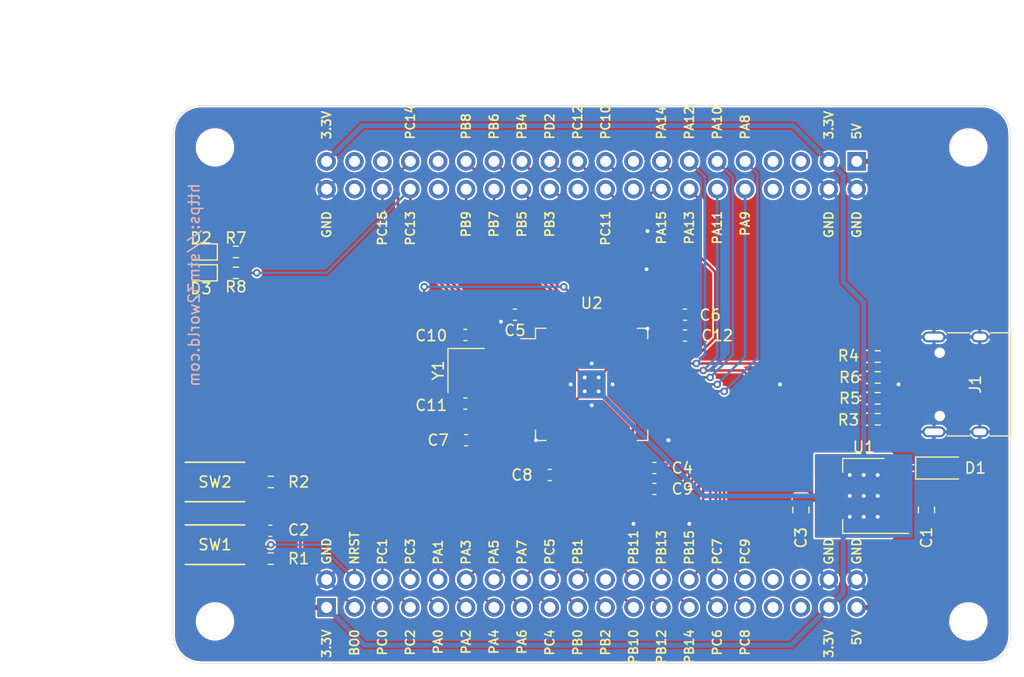
<source format=kicad_pcb>
(kicad_pcb (version 20171130) (host pcbnew 5.1.9+dfsg1-1)
  (layers (0 F.Cu signal) (31 B.Cu signal) (34 B.Paste user) (35 F.Paste user) (36 B.SilkS user) (37 F.SilkS user) (38 B.Mask user) (39 F.Mask user) (44 Edge.Cuts user))
  (net 0 "")
  (net 1 +3V3)
  (net 2 GND)
  (net 3 PB9)
  (net 4 PB8)
  (net 5 PB7)
  (net 6 PB6)
  (net 7 PB5)
  (net 8 PB4)
  (net 9 PB3)
  (net 10 PD2)
  (net 11 PC12)
  (net 12 PC11)
  (net 13 PC10)
  (net 14 PA15)
  (net 15 PA14)
  (net 16 PA13)
  (net 17 PA12)
  (net 18 PA11)
  (net 19 PA10)
  (net 20 PA9)
  (net 21 PA8)
  (net 22 PC9)
  (net 23 PC8)
  (net 24 PC7)
  (net 25 PC6)
  (net 26 PB15)
  (net 27 PB14)
  (net 28 PB13)
  (net 29 PB12)
  (net 30 PB11)
  (net 31 PB10)
  (net 32 PB2)
  (net 33 PB1)
  (net 34 PB0)
  (net 35 PC5)
  (net 36 PC4)
  (net 37 PA7)
  (net 38 PA6)
  (net 39 PA5)
  (net 40 PA4)
  (net 41 PA3)
  (net 42 PA2)
  (net 43 PA1)
  (net 44 PA0)
  (net 45 PC3)
  (net 46 PC2)
  (net 47 PC1)
  (net 48 PC0)
  (net 49 NRST)
  (net 50 PC15)
  (net 51 PC14)
  (net 52 PC13)
  (net 53 +5V)
  (net 54 "Net-(C11-Pad1)")
  (net 55 VBUS)
  (net 56 "Net-(D2-Pad1)")
  (net 57 "Net-(D3-Pad1)")
  (net 58 UCC)
  (net 59 BO0)
  (net 60 "Net-(C10-Pad1)")
  (net 61 "Net-(J1-PadB8)")
  (net 62 "Net-(J1-PadA5)")
  (net 63 "Net-(J1-PadA7)")
  (net 64 "Net-(J1-PadA6)")
  (net 65 "Net-(J1-PadA8)")
  (net 66 "Net-(J1-PadB5)")
  (net 67 "Net-(J2-Pad78)")
  (net 68 "Net-(J2-Pad77)")
  (net 69 "Net-(J2-Pad75)")
  (net 70 "Net-(J2-Pad72)")
  (net 71 "Net-(J2-Pad71)")
  (net 72 "Net-(J2-Pad62)")
  (net 73 "Net-(J2-Pad58)")
  (net 74 "Net-(J2-Pad57)")
  (net 75 "Net-(J2-Pad48)")
  (net 76 "Net-(J2-Pad47)")
  (net 77 "Net-(J2-Pad46)")
  (net 78 "Net-(J2-Pad45)")
  (net 79 "Net-(J2-Pad36)")
  (net 80 "Net-(J2-Pad35)")
  (net 81 "Net-(J2-Pad34)")
  (net 82 "Net-(J2-Pad33)")
  (net 83 "Net-(J2-Pad22)")
  (net 84 "Net-(C9-Pad1)")
  (net 85 "Net-(C12-Pad1)")
  (module stm32world:STM32WORLD_BASE (layer F.Cu) (at 152.4 101.6)
    (fp_text reference J2 hide)
    (fp_text value STM32WORLD_BASE)
    (fp_text user 3.3V (at -24.13 22.225 90) (layer F.SilkS) (effects (font (size 0.8 0.8)) (justify right)))
    (fp_text user GND (at -24.13 16.51 90) (layer F.SilkS) (effects (font (size 0.8 0.8)) (justify left)))
    (fp_text user BO0 (at -21.59 22.225 90) (layer F.SilkS) (effects (font (size 0.8 0.8)) (justify right)))
    (fp_text user PC0 (at -19.05 22.225 90) (layer F.SilkS) (effects (font (size 0.8 0.8)) (justify right)))
    (fp_text user PC2 (at -16.51 22.225 90) (layer F.SilkS) (effects (font (size 0.8 0.8)) (justify right)))
    (fp_text user PA0 (at -13.97 22.225 90) (layer F.SilkS) (effects (font (size 0.8 0.8)) (justify right)))
    (fp_text user PA2 (at -11.43 22.225 90) (layer F.SilkS) (effects (font (size 0.8 0.8)) (justify right)))
    (fp_text user PA4 (at -8.89 22.225 90) (layer F.SilkS) (effects (font (size 0.8 0.8)) (justify right)))
    (fp_text user PA6 (at -6.35 22.225 90) (layer F.SilkS) (effects (font (size 0.8 0.8)) (justify right)))
    (fp_text user PC4 (at -3.81 22.225 90) (layer F.SilkS) (effects (font (size 0.8 0.8)) (justify right)))
    (fp_text user PB0 (at -1.27 22.225 90) (layer F.SilkS) (effects (font (size 0.8 0.8)) (justify right)))
    (fp_text user PB2 (at 1.27 22.225 90) (layer F.SilkS) (effects (font (size 0.8 0.8)) (justify right)))
    (fp_text user PB10 (at 3.81 22.225 90) (layer F.SilkS) (effects (font (size 0.8 0.8)) (justify right)))
    (fp_text user PB12 (at 6.35 22.225 90) (layer F.SilkS) (effects (font (size 0.8 0.8)) (justify right)))
    (fp_text user PB14 (at 8.89 22.225 90) (layer F.SilkS) (effects (font (size 0.8 0.8)) (justify right)))
    (fp_text user PC6 (at 11.43 22.225 90) (layer F.SilkS) (effects (font (size 0.8 0.8)) (justify right)))
    (fp_text user PC8 (at 13.97 22.225 90) (layer F.SilkS) (effects (font (size 0.8 0.8)) (justify right)))
    (fp_text user 3.3V (at 21.59 22.225 90) (layer F.SilkS) (effects (font (size 0.8 0.8)) (justify right)))
    (fp_text user NRST (at -21.59 16.51 90) (layer F.SilkS) (effects (font (size 0.8 0.8)) (justify left)))
    (fp_text user PC1 (at -19.05 16.51 90) (layer F.SilkS) (effects (font (size 0.8 0.8)) (justify left)))
    (fp_text user PC3 (at -16.51 16.51 90) (layer F.SilkS) (effects (font (size 0.8 0.8)) (justify left)))
    (fp_text user PA1 (at -13.97 16.51 90) (layer F.SilkS) (effects (font (size 0.8 0.8)) (justify left)))
    (fp_text user PA3 (at -11.43 16.51 90) (layer F.SilkS) (effects (font (size 0.8 0.8)) (justify left)))
    (fp_text user PA5 (at -8.89 16.51 90) (layer F.SilkS) (effects (font (size 0.8 0.8)) (justify left)))
    (fp_text user PA7 (at -6.35 16.51 90) (layer F.SilkS) (effects (font (size 0.8 0.8)) (justify left)))
    (fp_text user PC5 (at -3.81 16.51 90) (layer F.SilkS) (effects (font (size 0.8 0.8)) (justify left)))
    (fp_text user PB1 (at -1.27 16.51 90) (layer F.SilkS) (effects (font (size 0.8 0.8)) (justify left)))
    (fp_text user PB11 (at 3.81 16.51 90) (layer F.SilkS) (effects (font (size 0.8 0.8)) (justify left)))
    (fp_text user PB13 (at 6.35 16.51 90) (layer F.SilkS) (effects (font (size 0.8 0.8)) (justify left)))
    (fp_text user PB15 (at 8.89 16.51 90) (layer F.SilkS) (effects (font (size 0.8 0.8)) (justify left)))
    (fp_text user PC7 (at 11.43 16.51 90) (layer F.SilkS) (effects (font (size 0.8 0.8)) (justify left)))
    (fp_text user PC9 (at 13.97 16.51 90) (layer F.SilkS) (effects (font (size 0.8 0.8)) (justify left)))
    (fp_text user GND (at 24.13 16.51 90) (layer F.SilkS) (effects (font (size 0.8 0.8)) (justify left)))
    (fp_text user 5V (at 24.13 -22.225 90) (layer F.SilkS) (effects (font (size 0.8 0.8)) (justify left)))
    (fp_text user GND (at 24.13 -15.875 90) (layer F.SilkS) (effects (font (size 0.8 0.8)) (justify right)))
    (fp_text user PA8 (at 13.97 -22.225 90) (layer F.SilkS) (effects (font (size 0.8 0.8)) (justify left)))
    (fp_text user PA10 (at 11.43 -22.225 90) (layer F.SilkS) (effects (font (size 0.8 0.8)) (justify left)))
    (fp_text user PA12 (at 8.89 -22.225 90) (layer F.SilkS) (effects (font (size 0.8 0.8)) (justify left)))
    (fp_text user PA14 (at 6.35 -22.225 90) (layer F.SilkS) (effects (font (size 0.8 0.8)) (justify left)))
    (fp_text user PC10 (at 1.27 -22.225 90) (layer F.SilkS) (effects (font (size 0.8 0.8)) (justify left)))
    (fp_text user PC12 (at -1.27 -22.225 90) (layer F.SilkS) (effects (font (size 0.8 0.8)) (justify left)))
    (fp_text user PD2 (at -3.81 -22.225 90) (layer F.SilkS) (effects (font (size 0.8 0.8)) (justify left)))
    (fp_text user PB4 (at -6.35 -22.225 90) (layer F.SilkS) (effects (font (size 0.8 0.8)) (justify left)))
    (fp_text user PB6 (at -8.89 -22.225 90) (layer F.SilkS) (effects (font (size 0.8 0.8)) (justify left)))
    (fp_text user PB8 (at -11.43 -22.225 90) (layer F.SilkS) (effects (font (size 0.8 0.8)) (justify left)))
    (fp_text user PC14 (at -16.51 -22.225 90) (layer F.SilkS) (effects (font (size 0.8 0.8)) (justify left)))
    (fp_text user 3.3V (at -24.13 -22.225 90) (layer F.SilkS) (effects (font (size 0.8 0.8)) (justify left)))
    (fp_text user PA9 (at 13.97 -15.875 90) (layer F.SilkS) (effects (font (size 0.8 0.8)) (justify right)))
    (fp_text user PA11 (at 11.43 -15.875 90) (layer F.SilkS) (effects (font (size 0.8 0.8)) (justify right)))
    (fp_text user PA13 (at 8.89 -15.875 90) (layer F.SilkS) (effects (font (size 0.8 0.8)) (justify right)))
    (fp_text user PA15 (at 6.35 -15.875 90) (layer F.SilkS) (effects (font (size 0.8 0.8)) (justify right)))
    (fp_text user PC11 (at 1.27 -15.875 90) (layer F.SilkS) (effects (font (size 0.8 0.8)) (justify right)))
    (fp_text user PB3 (at -3.81 -15.875 90) (layer F.SilkS) (effects (font (size 0.8 0.8)) (justify right)))
    (fp_text user PB5 (at -6.35 -15.875 90) (layer F.SilkS) (effects (font (size 0.8 0.8)) (justify right)))
    (fp_text user PB7 (at -8.89 -15.875 90) (layer F.SilkS) (effects (font (size 0.8 0.8)) (justify right)))
    (fp_text user PB9 (at -11.43 -15.875 90) (layer F.SilkS) (effects (font (size 0.8 0.8)) (justify right)))
    (fp_text user PC13 (at -16.51 -15.875 90) (layer F.SilkS) (effects (font (size 0.8 0.8)) (justify right)))
    (fp_text user PC15 (at -19.05 -15.875 90) (layer F.SilkS) (effects (font (size 0.8 0.8)) (justify right)))
    (fp_text user GND (at -24.13 -15.875 90) (layer F.SilkS) (effects (font (size 0.8 0.8)) (justify right)))
    (fp_text user GND (at 21.59 16.51 90) (layer F.SilkS) (effects (font (size 0.8 0.8)) (justify left)))
    (fp_text user 5V (at 24.13 22.225 90) (layer F.SilkS) (effects (font (size 0.8 0.8)) (justify right)))
    (fp_text user GND (at 21.59 -15.875 90) (layer F.SilkS) (effects (font (size 0.8 0.8)) (justify right)))
    (fp_text user 3.3V (at 21.59 -22.225 90) (layer F.SilkS) (effects (font (size 0.8 0.8)) (justify left)))
    (fp_text user https://stm32world.com (at -36.195 -18.415 90 unlocked) (layer B.SilkS) (effects (justify left mirror)))
    (pad "" np_thru_hole circle (at -34.29 -21.59) (size 3.2 3.2) (drill 3.2) (layers *.Cu *.Mask))
    (pad "" np_thru_hole circle (at 34.29 -21.59) (size 3.2 3.2) (drill 3.2) (layers *.Cu *.Mask))
    (pad "" np_thru_hole circle (at 34.29 21.59) (size 3.2 3.2) (drill 3.2) (layers *.Cu *.Mask))
    (pad "" np_thru_hole circle (at -34.29 21.59) (size 3.2 3.2) (drill 3.2) (layers *.Cu *.Mask))
    (pad 80 thru_hole circle (at -24.13 -17.78) (size 1.7 1.7) (drill 1) (layers *.Cu *.Mask) (net 2 GND))
    (pad 79 thru_hole circle (at -24.13 -20.32) (size 1.7 1.7) (drill 1) (layers *.Cu *.Mask) (net 1 +3V3))
    (pad 78 thru_hole circle (at -21.59 -17.78) (size 1.7 1.7) (drill 1) (layers *.Cu *.Mask) (net 67 "Net-(J2-Pad78)"))
    (pad 77 thru_hole circle (at -21.59 -20.32) (size 1.7 1.7) (drill 1) (layers *.Cu *.Mask) (net 68 "Net-(J2-Pad77)"))
    (pad 76 thru_hole circle (at -19.05 -17.78) (size 1.7 1.7) (drill 1) (layers *.Cu *.Mask) (net 50 PC15))
    (pad 75 thru_hole circle (at -19.05 -20.32) (size 1.7 1.7) (drill 1) (layers *.Cu *.Mask) (net 69 "Net-(J2-Pad75)"))
    (pad 74 thru_hole circle (at -16.51 -17.78) (size 1.7 1.7) (drill 1) (layers *.Cu *.Mask) (net 52 PC13))
    (pad 73 thru_hole circle (at -16.51 -20.32) (size 1.7 1.7) (drill 1) (layers *.Cu *.Mask) (net 51 PC14))
    (pad 72 thru_hole circle (at -13.97 -17.78) (size 1.7 1.7) (drill 1) (layers *.Cu *.Mask) (net 70 "Net-(J2-Pad72)"))
    (pad 71 thru_hole circle (at -13.97 -20.32) (size 1.7 1.7) (drill 1) (layers *.Cu *.Mask) (net 71 "Net-(J2-Pad71)"))
    (pad 70 thru_hole circle (at -11.43 -17.78) (size 1.7 1.7) (drill 1) (layers *.Cu *.Mask) (net 3 PB9))
    (pad 69 thru_hole circle (at -11.43 -20.32) (size 1.7 1.7) (drill 1) (layers *.Cu *.Mask) (net 4 PB8))
    (pad 68 thru_hole circle (at -8.89 -17.78) (size 1.7 1.7) (drill 1) (layers *.Cu *.Mask) (net 5 PB7))
    (pad 67 thru_hole circle (at -8.89 -20.32) (size 1.7 1.7) (drill 1) (layers *.Cu *.Mask) (net 6 PB6))
    (pad 66 thru_hole circle (at -6.35 -17.78) (size 1.7 1.7) (drill 1) (layers *.Cu *.Mask) (net 7 PB5))
    (pad 65 thru_hole circle (at -6.35 -20.32) (size 1.7 1.7) (drill 1) (layers *.Cu *.Mask) (net 8 PB4))
    (pad 64 thru_hole circle (at -3.81 -17.78) (size 1.7 1.7) (drill 1) (layers *.Cu *.Mask) (net 9 PB3))
    (pad 63 thru_hole circle (at -3.81 -20.32) (size 1.7 1.7) (drill 1) (layers *.Cu *.Mask) (net 10 PD2))
    (pad 62 thru_hole circle (at -1.27 -17.78) (size 1.7 1.7) (drill 1) (layers *.Cu *.Mask) (net 72 "Net-(J2-Pad62)"))
    (pad 61 thru_hole circle (at -1.27 -20.32) (size 1.7 1.7) (drill 1) (layers *.Cu *.Mask) (net 11 PC12))
    (pad 60 thru_hole circle (at 1.27 -17.78) (size 1.7 1.7) (drill 1) (layers *.Cu *.Mask) (net 12 PC11))
    (pad 59 thru_hole circle (at 1.27 -20.32) (size 1.7 1.7) (drill 1) (layers *.Cu *.Mask) (net 13 PC10))
    (pad 58 thru_hole circle (at 3.81 -17.78) (size 1.7 1.7) (drill 1) (layers *.Cu *.Mask) (net 73 "Net-(J2-Pad58)"))
    (pad 57 thru_hole circle (at 3.81 -20.32) (size 1.7 1.7) (drill 1) (layers *.Cu *.Mask) (net 74 "Net-(J2-Pad57)"))
    (pad 56 thru_hole circle (at 6.35 -17.78) (size 1.7 1.7) (drill 1) (layers *.Cu *.Mask) (net 14 PA15))
    (pad 55 thru_hole circle (at 6.35 -20.32) (size 1.7 1.7) (drill 1) (layers *.Cu *.Mask) (net 15 PA14))
    (pad 54 thru_hole circle (at 8.89 -17.78) (size 1.7 1.7) (drill 1) (layers *.Cu *.Mask) (net 16 PA13))
    (pad 53 thru_hole circle (at 8.89 -20.32) (size 1.7 1.7) (drill 1) (layers *.Cu *.Mask) (net 17 PA12))
    (pad 52 thru_hole circle (at 11.43 -17.78) (size 1.7 1.7) (drill 1) (layers *.Cu *.Mask) (net 18 PA11))
    (pad 51 thru_hole circle (at 11.43 -20.32) (size 1.7 1.7) (drill 1) (layers *.Cu *.Mask) (net 19 PA10))
    (pad 50 thru_hole circle (at 13.97 -17.78) (size 1.7 1.7) (drill 1) (layers *.Cu *.Mask) (net 20 PA9))
    (pad 49 thru_hole circle (at 13.97 -20.32) (size 1.7 1.7) (drill 1) (layers *.Cu *.Mask) (net 21 PA8))
    (pad 48 thru_hole circle (at 16.51 -17.78) (size 1.7 1.7) (drill 1) (layers *.Cu *.Mask) (net 75 "Net-(J2-Pad48)"))
    (pad 47 thru_hole circle (at 16.51 -20.32) (size 1.7 1.7) (drill 1) (layers *.Cu *.Mask) (net 76 "Net-(J2-Pad47)"))
    (pad 46 thru_hole circle (at 19.05 -17.78) (size 1.7 1.7) (drill 1) (layers *.Cu *.Mask) (net 77 "Net-(J2-Pad46)"))
    (pad 45 thru_hole circle (at 19.05 -20.32) (size 1.7 1.7) (drill 1) (layers *.Cu *.Mask) (net 78 "Net-(J2-Pad45)"))
    (pad 44 thru_hole circle (at 21.59 -17.78) (size 1.7 1.7) (drill 1) (layers *.Cu *.Mask) (net 2 GND))
    (pad 43 thru_hole circle (at 21.59 -20.32) (size 1.7 1.7) (drill 1) (layers *.Cu *.Mask) (net 1 +3V3))
    (pad 42 thru_hole circle (at 24.13 -17.78) (size 1.7 1.7) (drill 1) (layers *.Cu *.Mask) (net 2 GND))
    (pad 41 thru_hole rect (at 24.13 -20.32) (size 1.7 1.7) (drill 1) (layers *.Cu *.Mask) (net 53 +5V))
    (pad 40 thru_hole circle (at 24.13 17.78) (size 1.7 1.7) (drill 1) (layers *.Cu *.Mask) (net 2 GND))
    (pad 39 thru_hole circle (at 24.13 20.32) (size 1.7 1.7) (drill 1) (layers *.Cu *.Mask) (net 53 +5V))
    (pad 38 thru_hole circle (at 21.59 17.78) (size 1.7 1.7) (drill 1) (layers *.Cu *.Mask) (net 2 GND))
    (pad 37 thru_hole circle (at 21.59 20.32) (size 1.7 1.7) (drill 1) (layers *.Cu *.Mask) (net 1 +3V3))
    (pad 36 thru_hole circle (at 19.05 17.78) (size 1.7 1.7) (drill 1) (layers *.Cu *.Mask) (net 79 "Net-(J2-Pad36)"))
    (pad 35 thru_hole circle (at 19.05 20.32) (size 1.7 1.7) (drill 1) (layers *.Cu *.Mask) (net 80 "Net-(J2-Pad35)"))
    (pad 34 thru_hole circle (at 16.51 17.78) (size 1.7 1.7) (drill 1) (layers *.Cu *.Mask) (net 81 "Net-(J2-Pad34)"))
    (pad 33 thru_hole circle (at 16.51 20.32) (size 1.7 1.7) (drill 1) (layers *.Cu *.Mask) (net 82 "Net-(J2-Pad33)"))
    (pad 32 thru_hole circle (at 13.97 17.78) (size 1.7 1.7) (drill 1) (layers *.Cu *.Mask) (net 22 PC9))
    (pad 31 thru_hole circle (at 13.97 20.32) (size 1.7 1.7) (drill 1) (layers *.Cu *.Mask) (net 23 PC8))
    (pad 30 thru_hole circle (at 11.43 17.78) (size 1.7 1.7) (drill 1) (layers *.Cu *.Mask) (net 24 PC7))
    (pad 29 thru_hole circle (at 11.43 20.32) (size 1.7 1.7) (drill 1) (layers *.Cu *.Mask) (net 25 PC6))
    (pad 28 thru_hole circle (at 8.89 17.78) (size 1.7 1.7) (drill 1) (layers *.Cu *.Mask) (net 26 PB15))
    (pad 27 thru_hole circle (at 8.89 20.32) (size 1.7 1.7) (drill 1) (layers *.Cu *.Mask) (net 27 PB14))
    (pad 26 thru_hole circle (at 6.35 17.78) (size 1.7 1.7) (drill 1) (layers *.Cu *.Mask) (net 28 PB13))
    (pad 25 thru_hole circle (at 6.35 20.32) (size 1.7 1.7) (drill 1) (layers *.Cu *.Mask) (net 29 PB12))
    (pad 24 thru_hole circle (at 3.81 17.78) (size 1.7 1.7) (drill 1) (layers *.Cu *.Mask) (net 30 PB11))
    (pad 23 thru_hole circle (at 3.81 20.32) (size 1.7 1.7) (drill 1) (layers *.Cu *.Mask) (net 31 PB10))
    (pad 22 thru_hole circle (at 1.27 17.78) (size 1.7 1.7) (drill 1) (layers *.Cu *.Mask) (net 83 "Net-(J2-Pad22)"))
    (pad 21 thru_hole circle (at 1.27 20.32) (size 1.7 1.7) (drill 1) (layers *.Cu *.Mask) (net 32 PB2))
    (pad 20 thru_hole circle (at -1.27 17.78) (size 1.7 1.7) (drill 1) (layers *.Cu *.Mask) (net 33 PB1))
    (pad 19 thru_hole circle (at -1.27 20.32) (size 1.7 1.7) (drill 1) (layers *.Cu *.Mask) (net 34 PB0))
    (pad 18 thru_hole circle (at -3.81 17.78) (size 1.7 1.7) (drill 1) (layers *.Cu *.Mask) (net 35 PC5))
    (pad 17 thru_hole circle (at -3.81 20.32) (size 1.7 1.7) (drill 1) (layers *.Cu *.Mask) (net 36 PC4))
    (pad 16 thru_hole circle (at -6.35 17.78) (size 1.7 1.7) (drill 1) (layers *.Cu *.Mask) (net 37 PA7))
    (pad 15 thru_hole circle (at -6.35 20.32) (size 1.7 1.7) (drill 1) (layers *.Cu *.Mask) (net 38 PA6))
    (pad 14 thru_hole circle (at -8.89 17.78) (size 1.7 1.7) (drill 1) (layers *.Cu *.Mask) (net 39 PA5))
    (pad 13 thru_hole circle (at -8.89 20.32) (size 1.7 1.7) (drill 1) (layers *.Cu *.Mask) (net 40 PA4))
    (pad 12 thru_hole circle (at -11.43 17.78) (size 1.7 1.7) (drill 1) (layers *.Cu *.Mask) (net 41 PA3))
    (pad 11 thru_hole circle (at -11.43 20.32) (size 1.7 1.7) (drill 1) (layers *.Cu *.Mask) (net 42 PA2))
    (pad 10 thru_hole circle (at -13.97 17.78) (size 1.7 1.7) (drill 1) (layers *.Cu *.Mask) (net 43 PA1))
    (pad 9 thru_hole circle (at -13.97 20.32) (size 1.7 1.7) (drill 1) (layers *.Cu *.Mask) (net 44 PA0))
    (pad 8 thru_hole circle (at -16.51 17.78) (size 1.7 1.7) (drill 1) (layers *.Cu *.Mask) (net 45 PC3))
    (pad 7 thru_hole circle (at -16.51 20.32) (size 1.7 1.7) (drill 1) (layers *.Cu *.Mask) (net 46 PC2))
    (pad 6 thru_hole circle (at -19.05 17.78) (size 1.7 1.7) (drill 1) (layers *.Cu *.Mask) (net 47 PC1))
    (pad 5 thru_hole circle (at -19.05 20.32) (size 1.7 1.7) (drill 1) (layers *.Cu *.Mask) (net 48 PC0))
    (pad 4 thru_hole circle (at -21.59 17.78) (size 1.7 1.7) (drill 1) (layers *.Cu *.Mask) (net 49 NRST))
    (pad 3 thru_hole circle (at -21.59 20.32) (size 1.7 1.7) (drill 1) (layers *.Cu *.Mask) (net 59 BO0))
    (pad 2 thru_hole circle (at -24.13 17.78) (size 1.7 1.7) (drill 1) (layers *.Cu *.Mask) (net 2 GND))
    (pad 1 thru_hole rect (at -24.13 20.32) (size 1.7 1.7) (drill 1) (layers *.Cu *.Mask) (net 1 +3V3))
  )
  (module Crystal:Crystal_SMD_3225-4Pin_3.2x2.5mm (layer F.Cu) (at 140.97 100.33 270)
    (fp_text reference Y1 (at 0 2.54 90) (layer F.SilkS))
    (fp_text value X_16MHZ)
    (pad 4 smd rect (at -1.1 -0.85 270) (size 1.4 1.2) (layers F.Cu F.Paste F.Mask) (net 2 GND))
    (pad 3 smd rect (at 1.1 -0.85 270) (size 1.4 1.2) (layers F.Cu F.Paste F.Mask) (net 54 "Net-(C11-Pad1)"))
    (pad 2 smd rect (at 1.1 0.85 270) (size 1.4 1.2) (layers F.Cu F.Paste F.Mask) (net 2 GND))
    (pad 1 smd rect (at -1.1 0.85 270) (size 1.4 1.2) (layers F.Cu F.Paste F.Mask) (net 60 "Net-(C10-Pad1)"))
  )
  (module Resistor_SMD:R_0603_1608Metric (layer F.Cu) (at 123.19 110.49)
    (fp_text reference R2 (at 2.54 0) (layer F.SilkS))
    (fp_text value R_10K_0603)
    (pad 2 smd roundrect (at 0.825 0) (size 0.8 0.95) (layers F.Cu F.Paste F.Mask) (net 2 GND))
    (pad 1 smd roundrect (at -0.825 0) (size 0.8 0.95) (layers F.Cu F.Paste F.Mask) (net 59 BO0))
  )
  (module Resistor_SMD:R_0603_1608Metric (layer F.Cu) (at 123.19 117.475 180)
    (fp_text reference R1 (at -2.54 0) (layer F.SilkS))
    (fp_text value R_10K_0603)
    (pad 2 smd roundrect (at 0.825 0 180) (size 0.8 0.95) (layers F.Cu F.Paste F.Mask) (net 49 NRST))
    (pad 1 smd roundrect (at -0.825 0 180) (size 0.8 0.95) (layers F.Cu F.Paste F.Mask) (net 1 +3V3))
  )
  (module Capacitor_SMD:C_0603_1608Metric (layer F.Cu) (at 160.9 97.155)
    (fp_text reference C12 (at 2.93 0) (layer F.SilkS))
    (fp_text value C_2.2UF_0603)
    (pad 2 smd roundrect (at 0.775 0) (size 0.9 0.95) (layers F.Cu F.Paste F.Mask) (net 2 GND))
    (pad 1 smd roundrect (at -0.775 0) (size 0.9 0.95) (layers F.Cu F.Paste F.Mask) (net 85 "Net-(C12-Pad1)"))
  )
  (module Capacitor_SMD:C_0603_1608Metric (layer F.Cu) (at 158.115 111.125)
    (fp_text reference C9 (at 2.54 0) (layer F.SilkS))
    (fp_text value C_2.2UF_0603)
    (pad 2 smd roundrect (at 0.775 0) (size 0.9 0.95) (layers F.Cu F.Paste F.Mask) (net 2 GND))
    (pad 1 smd roundrect (at -0.775 0) (size 0.9 0.95) (layers F.Cu F.Paste F.Mask) (net 84 "Net-(C9-Pad1)"))
  )
  (module Capacitor_SMD:C_0603_1608Metric (layer F.Cu) (at 158.115 109.22)
    (fp_text reference C4 (at 2.54 0) (layer F.SilkS))
    (fp_text value C_1UF_0603)
    (pad 2 smd roundrect (at 0.775 0) (size 0.9 0.95) (layers F.Cu F.Paste F.Mask) (net 2 GND))
    (pad 1 smd roundrect (at -0.775 0) (size 0.9 0.95) (layers F.Cu F.Paste F.Mask) (net 1 +3V3))
  )
  (module Capacitor_SMD:C_0603_1608Metric (layer F.Cu) (at 140.9 103.35 180)
    (fp_text reference C11 (at 3.105 -0.155) (layer F.SilkS))
    (fp_text value C_20PF_0603)
    (pad 2 smd roundrect (at 0.775 0 180) (size 0.9 0.95) (layers F.Cu F.Paste F.Mask) (net 2 GND))
    (pad 1 smd roundrect (at -0.775 0 180) (size 0.9 0.95) (layers F.Cu F.Paste F.Mask) (net 54 "Net-(C11-Pad1)"))
  )
  (module Capacitor_SMD:C_0603_1608Metric (layer F.Cu) (at 140.9 97.1)
    (fp_text reference C10 (at -3.105 0.055) (layer F.SilkS))
    (fp_text value C_20PF_0603)
    (pad 2 smd roundrect (at 0.775 0) (size 0.9 0.95) (layers F.Cu F.Paste F.Mask) (net 2 GND))
    (pad 1 smd roundrect (at -0.775 0) (size 0.9 0.95) (layers F.Cu F.Paste F.Mask) (net 60 "Net-(C10-Pad1)"))
  )
  (module Resistor_SMD:R_0603_1608Metric (layer F.Cu) (at 120.015 91.44)
    (fp_text reference R8 (at 0 1.27) (layer F.SilkS))
    (fp_text value R_220_0603)
    (pad 2 smd roundrect (at 0.825 0) (size 0.8 0.95) (layers F.Cu F.Paste F.Mask) (net 52 PC13))
    (pad 1 smd roundrect (at -0.825 0) (size 0.8 0.95) (layers F.Cu F.Paste F.Mask) (net 57 "Net-(D3-Pad1)"))
  )
  (module Resistor_SMD:R_0603_1608Metric (layer F.Cu) (at 120.015 89.535)
    (fp_text reference R7 (at 0 -1.27) (layer F.SilkS))
    (fp_text value R_220_0603)
    (pad 2 smd roundrect (at 0.825 0) (size 0.8 0.95) (layers F.Cu F.Paste F.Mask) (net 2 GND))
    (pad 1 smd roundrect (at -0.825 0) (size 0.8 0.95) (layers F.Cu F.Paste F.Mask) (net 56 "Net-(D2-Pad1)"))
  )
  (module Resistor_SMD:R_0603_1608Metric (layer F.Cu) (at 178.435 99.06)
    (fp_text reference R4 (at -2.66 -0.06) (layer F.SilkS))
    (fp_text value R_5.1K_0603)
    (pad 2 smd roundrect (at 0.825 0) (size 0.8 0.95) (layers F.Cu F.Paste F.Mask) (net 66 "Net-(J1-PadB5)"))
    (pad 1 smd roundrect (at -0.825 0) (size 0.8 0.95) (layers F.Cu F.Paste F.Mask) (net 58 UCC))
  )
  (module Resistor_SMD:R_0603_1608Metric (layer F.Cu) (at 178.435 104.775)
    (fp_text reference R3 (at -2.66 0.06) (layer F.SilkS))
    (fp_text value R_5.1K_0603)
    (pad 2 smd roundrect (at 0.825 0) (size 0.8 0.95) (layers F.Cu F.Paste F.Mask) (net 62 "Net-(J1-PadA5)"))
    (pad 1 smd roundrect (at -0.825 0) (size 0.8 0.95) (layers F.Cu F.Paste F.Mask) (net 58 UCC))
  )
  (module LED_SMD:LED_0603_1608Metric (layer F.Cu) (at 116.84 91.44 180)
    (fp_text reference D3 (at 0 -1.43) (layer F.SilkS))
    (fp_text value LED_BLUE_0603)
    (pad 2 smd roundrect (at 0.7875 0 180) (size 0.875 0.95) (layers F.Cu F.Paste F.Mask) (net 1 +3V3))
    (pad 1 smd roundrect (at -0.7875 0 180) (size 0.875 0.95) (layers F.Cu F.Paste F.Mask) (net 57 "Net-(D3-Pad1)"))
  )
  (module LED_SMD:LED_0603_1608Metric (layer F.Cu) (at 116.84 89.535 180)
    (fp_text reference D2 (at 0 1.27) (layer F.SilkS))
    (fp_text value LED_GREEN_0603)
    (pad 2 smd roundrect (at 0.7875 0 180) (size 0.875 0.95) (layers F.Cu F.Paste F.Mask) (net 1 +3V3))
    (pad 1 smd roundrect (at -0.7875 0 180) (size 0.875 0.95) (layers F.Cu F.Paste F.Mask) (net 56 "Net-(D2-Pad1)"))
  )
  (module Resistor_SMD:R_0603_1608Metric (layer F.Cu) (at 178.435 100.965)
    (fp_text reference R6 (at -2.54 0) (layer F.SilkS))
    (fp_text value R_22_0603)
    (pad 2 smd roundrect (at 0.825 0) (size 0.8 0.95) (layers F.Cu F.Paste F.Mask) (net 64 "Net-(J1-PadA6)"))
    (pad 1 smd roundrect (at -0.825 0) (size 0.8 0.95) (layers F.Cu F.Paste F.Mask) (net 17 PA12))
  )
  (module Resistor_SMD:R_0603_1608Metric (layer F.Cu) (at 178.435 102.87)
    (fp_text reference R5 (at -2.54 0) (layer F.SilkS))
    (fp_text value R_22_0603)
    (pad 2 smd roundrect (at 0.825 0) (size 0.8 0.95) (layers F.Cu F.Paste F.Mask) (net 63 "Net-(J1-PadA7)"))
    (pad 1 smd roundrect (at -0.825 0) (size 0.8 0.95) (layers F.Cu F.Paste F.Mask) (net 18 PA11))
  )
  (module Capacitor_SMD:C_0805_2012Metric (layer F.Cu) (at 171.45 113.03 270)
    (fp_text reference C3 (at 2.54 0 90) (layer F.SilkS))
    (fp_text value C_10UF_0805)
    (pad 2 smd roundrect (at 0.95 0 270) (size 1 1.45) (layers F.Cu F.Paste F.Mask) (net 2 GND))
    (pad 1 smd roundrect (at -0.95 0 270) (size 1 1.45) (layers F.Cu F.Paste F.Mask) (net 1 +3V3))
  )
  (module Capacitor_SMD:C_0603_1608Metric (layer F.Cu) (at 123.15 114.935)
    (fp_text reference C2 (at 2.58 -0.07) (layer F.SilkS))
    (fp_text value C_100NF_0603)
    (pad 2 smd roundrect (at 0.775 0) (size 0.9 0.95) (layers F.Cu F.Paste F.Mask) (net 2 GND))
    (pad 1 smd roundrect (at -0.775 0) (size 0.9 0.95) (layers F.Cu F.Paste F.Mask) (net 49 NRST))
  )
  (module Capacitor_SMD:C_0805_2012Metric (layer F.Cu) (at 182.88 113.03 270)
    (fp_text reference C1 (at 2.54 0 90) (layer F.SilkS))
    (fp_text value C_10UF_0805)
    (pad 2 smd roundrect (at 0.95 0 270) (size 1 1.45) (layers F.Cu F.Paste F.Mask) (net 2 GND))
    (pad 1 smd roundrect (at -0.95 0 270) (size 1 1.45) (layers F.Cu F.Paste F.Mask) (net 53 +5V))
  )
  (module Capacitor_SMD:C_0603_1608Metric (layer F.Cu) (at 148.59 109.855 180)
    (fp_text reference C8 (at 2.54 0) (layer F.SilkS))
    (fp_text value C_100NF_0603)
    (pad 2 smd roundrect (at 0.775 0 180) (size 0.9 0.95) (layers F.Cu F.Paste F.Mask) (net 2 GND))
    (pad 1 smd roundrect (at -0.775 0 180) (size 0.9 0.95) (layers F.Cu F.Paste F.Mask) (net 1 +3V3))
  )
  (module Capacitor_SMD:C_0603_1608Metric (layer F.Cu) (at 140.97 106.68 180)
    (fp_text reference C7 (at 2.54 0) (layer F.SilkS))
    (fp_text value C_100NF_0603)
    (pad 2 smd roundrect (at 0.775 0 180) (size 0.9 0.95) (layers F.Cu F.Paste F.Mask) (net 2 GND))
    (pad 1 smd roundrect (at -0.775 0 180) (size 0.9 0.95) (layers F.Cu F.Paste F.Mask) (net 1 +3V3))
  )
  (module Capacitor_SMD:C_0603_1608Metric (layer F.Cu) (at 160.9 95.25)
    (fp_text reference C6 (at 2.295 0.035) (layer F.SilkS))
    (fp_text value C_100NF_0603)
    (pad 2 smd roundrect (at 0.775 0) (size 0.9 0.95) (layers F.Cu F.Paste F.Mask) (net 2 GND))
    (pad 1 smd roundrect (at -0.775 0) (size 0.9 0.95) (layers F.Cu F.Paste F.Mask) (net 1 +3V3))
  )
  (module Capacitor_SMD:C_0603_1608Metric (layer F.Cu) (at 145.415 95.25 180)
    (fp_text reference C5 (at 0 -1.43) (layer F.SilkS))
    (fp_text value C_100NF_0603)
    (pad 2 smd roundrect (at 0.775 0 180) (size 0.9 0.95) (layers F.Cu F.Paste F.Mask) (net 2 GND))
    (pad 1 smd roundrect (at -0.775 0 180) (size 0.9 0.95) (layers F.Cu F.Paste F.Mask) (net 1 +3V3))
  )
  (module Package_TO_SOT_SMD:SOT-223-3_TabPin2 (layer F.Cu) (at 177.165 111.76 180)
    (fp_text reference U1 (at 0 4.445) (layer F.SilkS))
    (fp_text value AMS1117-3.3)
    (pad 1 smd rect (at -3.15 -2.3 180) (size 2 1.5) (layers F.Cu F.Paste F.Mask) (net 2 GND))
    (pad 3 smd rect (at -3.15 2.3 180) (size 2 1.5) (layers F.Cu F.Paste F.Mask) (net 53 +5V))
    (pad 2 smd rect (at -3.15 0 180) (size 2 1.5) (layers F.Cu F.Paste F.Mask) (net 1 +3V3))
    (pad 2 smd rect (at 3.15 0 180) (size 2 3.8) (layers F.Cu F.Paste F.Mask) (net 1 +3V3))
  )
  (module stm32world:TS-1088R-02526 (layer F.Cu) (at 118.11 110.49 180)
    (fp_text reference SW2 (at 0 0) (layer F.SilkS))
    (fp_text value ~)
    (pad 2 smd rect (at 2.2 0 180) (size 1.2 2) (layers F.Cu F.Paste F.Mask) (net 1 +3V3))
    (pad 1 smd rect (at -2.2 -0.05 180) (size 1.2 2) (layers F.Cu F.Paste F.Mask) (net 59 BO0))
  )
  (module stm32world:TS-1088R-02526 (layer F.Cu) (at 118.11 116.205)
    (fp_text reference SW1 (at 0 0) (layer F.SilkS))
    (fp_text value ~)
    (pad 2 smd rect (at 2.2 0) (size 1.2 2) (layers F.Cu F.Paste F.Mask) (net 49 NRST))
    (pad 1 smd rect (at -2.2 -0.05) (size 1.2 2) (layers F.Cu F.Paste F.Mask) (net 2 GND))
  )
  (module stm32world:USB_C_Receptacle_HRO_TYPE-C-31-M-12 (layer F.Cu) (at 186.69 101.6 90)
    (fp_text reference J1 (at 0 0.635 90) (layer F.SilkS))
    (fp_text value ~)
    (pad B1 smd rect (at 3.25 -4.045 90) (size 0.6 1.45) (layers F.Cu F.Paste F.Mask) (net 2 GND))
    (pad A9 smd rect (at 2.45 -4.045 90) (size 0.6 1.45) (layers F.Cu F.Paste F.Mask) (net 55 VBUS))
    (pad B9 smd rect (at -2.45 -4.045 90) (size 0.6 1.45) (layers F.Cu F.Paste F.Mask) (net 55 VBUS))
    (pad B12 smd rect (at -3.25 -4.045 90) (size 0.6 1.45) (layers F.Cu F.Paste F.Mask) (net 2 GND))
    (pad A1 smd rect (at -3.25 -4.045 90) (size 0.6 1.45) (layers F.Cu F.Paste F.Mask) (net 2 GND))
    (pad A4 smd rect (at -2.45 -4.045 90) (size 0.6 1.45) (layers F.Cu F.Paste F.Mask) (net 55 VBUS))
    (pad B4 smd rect (at 2.45 -4.045 90) (size 0.6 1.45) (layers F.Cu F.Paste F.Mask) (net 55 VBUS))
    (pad A12 smd rect (at 3.25 -4.045 90) (size 0.6 1.45) (layers F.Cu F.Paste F.Mask) (net 2 GND))
    (pad B8 smd rect (at -1.75 -4.045 90) (size 0.3 1.45) (layers F.Cu F.Paste F.Mask) (net 61 "Net-(J1-PadB8)"))
    (pad A5 smd rect (at -1.25 -4.045 90) (size 0.3 1.45) (layers F.Cu F.Paste F.Mask) (net 62 "Net-(J1-PadA5)"))
    (pad B7 smd rect (at -0.75 -4.045 90) (size 0.3 1.45) (layers F.Cu F.Paste F.Mask) (net 63 "Net-(J1-PadA7)"))
    (pad A7 smd rect (at 0.25 -4.045 90) (size 0.3 1.45) (layers F.Cu F.Paste F.Mask) (net 63 "Net-(J1-PadA7)"))
    (pad B6 smd rect (at 0.75 -4.045 90) (size 0.3 1.45) (layers F.Cu F.Paste F.Mask) (net 64 "Net-(J1-PadA6)"))
    (pad A8 smd rect (at 1.25 -4.045 90) (size 0.3 1.45) (layers F.Cu F.Paste F.Mask) (net 65 "Net-(J1-PadA8)"))
    (pad B5 smd rect (at 1.75 -4.045 90) (size 0.3 1.45) (layers F.Cu F.Paste F.Mask) (net 66 "Net-(J1-PadB5)"))
    (pad A6 smd rect (at -0.25 -4.045 90) (size 0.3 1.45) (layers F.Cu F.Paste F.Mask) (net 64 "Net-(J1-PadA6)"))
    (pad S1 thru_hole oval (at 4.32 -3.13 90) (size 1 2.1) (drill oval 0.6 1.7) (layers *.Cu *.Mask) (net 2 GND))
    (pad S1 thru_hole oval (at -4.32 -3.13 90) (size 1 2.1) (drill oval 0.6 1.7) (layers *.Cu *.Mask) (net 2 GND))
    (pad "" np_thru_hole circle (at -2.89 -2.6 90) (size 0.65 0.65) (drill 0.65) (layers *.Cu *.Mask))
    (pad S1 thru_hole oval (at -4.32 1.05 90) (size 1 1.6) (drill oval 0.6 1.2) (layers *.Cu *.Mask) (net 2 GND))
    (pad "" np_thru_hole circle (at 2.89 -2.6 90) (size 0.65 0.65) (drill 0.65) (layers *.Cu *.Mask))
    (pad S1 thru_hole oval (at 4.32 1.05 90) (size 1 1.6) (drill oval 0.6 1.2) (layers *.Cu *.Mask) (net 2 GND))
  )
  (module Diode_SMD:D_SOD-123 (layer F.Cu) (at 184.15 109.22)
    (fp_text reference D1 (at 3.175 0) (layer F.SilkS))
    (fp_text value ~)
    (pad 2 smd rect (at 1.65 0) (size 0.9 1.2) (layers F.Cu F.Paste F.Mask) (net 55 VBUS))
    (pad 1 smd rect (at -1.65 0) (size 0.9 1.2) (layers F.Cu F.Paste F.Mask) (net 53 +5V))
  )
  (module Package_QFP:LQFP-64_10x10mm_P0.5mm (layer F.Cu) (at 152.4 101.6)
    (fp_text reference U2 (at 0 -7.4) (layer F.SilkS))
    (fp_text value STM32F405RGTx)
    (pad 64 smd roundrect (at -3.75 -5.675) (size 0.3 1.55) (layers F.Cu F.Paste F.Mask) (net 1 +3V3))
    (pad 63 smd roundrect (at -3.25 -5.675) (size 0.3 1.55) (layers F.Cu F.Paste F.Mask) (net 2 GND))
    (pad 62 smd roundrect (at -2.75 -5.675) (size 0.3 1.55) (layers F.Cu F.Paste F.Mask) (net 3 PB9))
    (pad 61 smd roundrect (at -2.25 -5.675) (size 0.3 1.55) (layers F.Cu F.Paste F.Mask) (net 4 PB8))
    (pad 60 smd roundrect (at -1.75 -5.675) (size 0.3 1.55) (layers F.Cu F.Paste F.Mask) (net 59 BO0))
    (pad 59 smd roundrect (at -1.25 -5.675) (size 0.3 1.55) (layers F.Cu F.Paste F.Mask) (net 5 PB7))
    (pad 58 smd roundrect (at -0.75 -5.675) (size 0.3 1.55) (layers F.Cu F.Paste F.Mask) (net 6 PB6))
    (pad 57 smd roundrect (at -0.25 -5.675) (size 0.3 1.55) (layers F.Cu F.Paste F.Mask) (net 7 PB5))
    (pad 56 smd roundrect (at 0.25 -5.675) (size 0.3 1.55) (layers F.Cu F.Paste F.Mask) (net 8 PB4))
    (pad 55 smd roundrect (at 0.75 -5.675) (size 0.3 1.55) (layers F.Cu F.Paste F.Mask) (net 9 PB3))
    (pad 54 smd roundrect (at 1.25 -5.675) (size 0.3 1.55) (layers F.Cu F.Paste F.Mask) (net 10 PD2))
    (pad 53 smd roundrect (at 1.75 -5.675) (size 0.3 1.55) (layers F.Cu F.Paste F.Mask) (net 11 PC12))
    (pad 52 smd roundrect (at 2.25 -5.675) (size 0.3 1.55) (layers F.Cu F.Paste F.Mask) (net 12 PC11))
    (pad 51 smd roundrect (at 2.75 -5.675) (size 0.3 1.55) (layers F.Cu F.Paste F.Mask) (net 13 PC10))
    (pad 50 smd roundrect (at 3.25 -5.675) (size 0.3 1.55) (layers F.Cu F.Paste F.Mask) (net 14 PA15))
    (pad 49 smd roundrect (at 3.75 -5.675) (size 0.3 1.55) (layers F.Cu F.Paste F.Mask) (net 15 PA14))
    (pad 48 smd roundrect (at 5.675 -3.75) (size 1.55 0.3) (layers F.Cu F.Paste F.Mask) (net 1 +3V3))
    (pad 47 smd roundrect (at 5.675 -3.25) (size 1.55 0.3) (layers F.Cu F.Paste F.Mask) (net 85 "Net-(C12-Pad1)"))
    (pad 46 smd roundrect (at 5.675 -2.75) (size 1.55 0.3) (layers F.Cu F.Paste F.Mask) (net 16 PA13))
    (pad 45 smd roundrect (at 5.675 -2.25) (size 1.55 0.3) (layers F.Cu F.Paste F.Mask) (net 17 PA12))
    (pad 44 smd roundrect (at 5.675 -1.75) (size 1.55 0.3) (layers F.Cu F.Paste F.Mask) (net 18 PA11))
    (pad 43 smd roundrect (at 5.675 -1.25) (size 1.55 0.3) (layers F.Cu F.Paste F.Mask) (net 19 PA10))
    (pad 42 smd roundrect (at 5.675 -0.75) (size 1.55 0.3) (layers F.Cu F.Paste F.Mask) (net 20 PA9))
    (pad 41 smd roundrect (at 5.675 -0.25) (size 1.55 0.3) (layers F.Cu F.Paste F.Mask) (net 21 PA8))
    (pad 40 smd roundrect (at 5.675 0.25) (size 1.55 0.3) (layers F.Cu F.Paste F.Mask) (net 22 PC9))
    (pad 39 smd roundrect (at 5.675 0.75) (size 1.55 0.3) (layers F.Cu F.Paste F.Mask) (net 23 PC8))
    (pad 38 smd roundrect (at 5.675 1.25) (size 1.55 0.3) (layers F.Cu F.Paste F.Mask) (net 24 PC7))
    (pad 37 smd roundrect (at 5.675 1.75) (size 1.55 0.3) (layers F.Cu F.Paste F.Mask) (net 25 PC6))
    (pad 36 smd roundrect (at 5.675 2.25) (size 1.55 0.3) (layers F.Cu F.Paste F.Mask) (net 26 PB15))
    (pad 35 smd roundrect (at 5.675 2.75) (size 1.55 0.3) (layers F.Cu F.Paste F.Mask) (net 27 PB14))
    (pad 34 smd roundrect (at 5.675 3.25) (size 1.55 0.3) (layers F.Cu F.Paste F.Mask) (net 28 PB13))
    (pad 33 smd roundrect (at 5.675 3.75) (size 1.55 0.3) (layers F.Cu F.Paste F.Mask) (net 29 PB12))
    (pad 32 smd roundrect (at 3.75 5.675) (size 0.3 1.55) (layers F.Cu F.Paste F.Mask) (net 1 +3V3))
    (pad 31 smd roundrect (at 3.25 5.675) (size 0.3 1.55) (layers F.Cu F.Paste F.Mask) (net 84 "Net-(C9-Pad1)"))
    (pad 30 smd roundrect (at 2.75 5.675) (size 0.3 1.55) (layers F.Cu F.Paste F.Mask) (net 30 PB11))
    (pad 29 smd roundrect (at 2.25 5.675) (size 0.3 1.55) (layers F.Cu F.Paste F.Mask) (net 31 PB10))
    (pad 28 smd roundrect (at 1.75 5.675) (size 0.3 1.55) (layers F.Cu F.Paste F.Mask) (net 32 PB2))
    (pad 27 smd roundrect (at 1.25 5.675) (size 0.3 1.55) (layers F.Cu F.Paste F.Mask) (net 33 PB1))
    (pad 26 smd roundrect (at 0.75 5.675) (size 0.3 1.55) (layers F.Cu F.Paste F.Mask) (net 34 PB0))
    (pad 25 smd roundrect (at 0.25 5.675) (size 0.3 1.55) (layers F.Cu F.Paste F.Mask) (net 35 PC5))
    (pad 24 smd roundrect (at -0.25 5.675) (size 0.3 1.55) (layers F.Cu F.Paste F.Mask) (net 36 PC4))
    (pad 23 smd roundrect (at -0.75 5.675) (size 0.3 1.55) (layers F.Cu F.Paste F.Mask) (net 37 PA7))
    (pad 22 smd roundrect (at -1.25 5.675) (size 0.3 1.55) (layers F.Cu F.Paste F.Mask) (net 38 PA6))
    (pad 21 smd roundrect (at -1.75 5.675) (size 0.3 1.55) (layers F.Cu F.Paste F.Mask) (net 39 PA5))
    (pad 20 smd roundrect (at -2.25 5.675) (size 0.3 1.55) (layers F.Cu F.Paste F.Mask) (net 40 PA4))
    (pad 19 smd roundrect (at -2.75 5.675) (size 0.3 1.55) (layers F.Cu F.Paste F.Mask) (net 1 +3V3))
    (pad 18 smd roundrect (at -3.25 5.675) (size 0.3 1.55) (layers F.Cu F.Paste F.Mask) (net 2 GND))
    (pad 17 smd roundrect (at -3.75 5.675) (size 0.3 1.55) (layers F.Cu F.Paste F.Mask) (net 41 PA3))
    (pad 16 smd roundrect (at -5.675 3.75) (size 1.55 0.3) (layers F.Cu F.Paste F.Mask) (net 42 PA2))
    (pad 15 smd roundrect (at -5.675 3.25) (size 1.55 0.3) (layers F.Cu F.Paste F.Mask) (net 43 PA1))
    (pad 14 smd roundrect (at -5.675 2.75) (size 1.55 0.3) (layers F.Cu F.Paste F.Mask) (net 44 PA0))
    (pad 13 smd roundrect (at -5.675 2.25) (size 1.55 0.3) (layers F.Cu F.Paste F.Mask) (net 1 +3V3))
    (pad 12 smd roundrect (at -5.675 1.75) (size 1.55 0.3) (layers F.Cu F.Paste F.Mask) (net 2 GND))
    (pad 11 smd roundrect (at -5.675 1.25) (size 1.55 0.3) (layers F.Cu F.Paste F.Mask) (net 45 PC3))
    (pad 10 smd roundrect (at -5.675 0.75) (size 1.55 0.3) (layers F.Cu F.Paste F.Mask) (net 46 PC2))
    (pad 9 smd roundrect (at -5.675 0.25) (size 1.55 0.3) (layers F.Cu F.Paste F.Mask) (net 47 PC1))
    (pad 8 smd roundrect (at -5.675 -0.25) (size 1.55 0.3) (layers F.Cu F.Paste F.Mask) (net 48 PC0))
    (pad 7 smd roundrect (at -5.675 -0.75) (size 1.55 0.3) (layers F.Cu F.Paste F.Mask) (net 49 NRST))
    (pad 6 smd roundrect (at -5.675 -1.25) (size 1.55 0.3) (layers F.Cu F.Paste F.Mask) (net 54 "Net-(C11-Pad1)"))
    (pad 5 smd roundrect (at -5.675 -1.75) (size 1.55 0.3) (layers F.Cu F.Paste F.Mask) (net 60 "Net-(C10-Pad1)"))
    (pad 4 smd roundrect (at -5.675 -2.25) (size 1.55 0.3) (layers F.Cu F.Paste F.Mask) (net 50 PC15))
    (pad 3 smd roundrect (at -5.675 -2.75) (size 1.55 0.3) (layers F.Cu F.Paste F.Mask) (net 51 PC14))
    (pad 2 smd roundrect (at -5.675 -3.25) (size 1.55 0.3) (layers F.Cu F.Paste F.Mask) (net 52 PC13))
    (pad 1 smd roundrect (at -5.675 -3.75) (size 1.55 0.3) (layers F.Cu F.Paste F.Mask) (net 1 +3V3))
  )
  (gr_arc (start 187.96 124.46) (end 187.96 127) (angle -90) (layer Edge.Cuts) (width 0.05))
  (gr_arc (start 116.84 124.46) (end 114.3 124.46) (angle -90) (layer Edge.Cuts) (width 0.05))
  (gr_arc (start 187.96 78.74) (end 190.5 78.74) (angle -90) (layer Edge.Cuts) (width 0.05))
  (gr_arc (start 116.84 78.74) (end 116.84 76.2) (angle -90) (layer Edge.Cuts) (width 0.05))
  (gr_line (start 114.3 124.46) (end 114.3 78.74) (layer Edge.Cuts) (width 0.05))
  (gr_line (start 187.96 127) (end 116.84 127) (layer Edge.Cuts) (width 0.05))
  (gr_line (start 190.5 78.74) (end 190.5 124.46) (layer Edge.Cuts) (width 0.05))
  (gr_line (start 116.84 76.2) (end 187.96 76.2) (layer Edge.Cuts) (width 0.05))
  (via (at 151.765 100.965) (size 0.7) (drill 0.35) (layers F.Cu B.Cu) (net 1))
  (segment (start 148.65 97.85) (end 151.765 100.965) (width 0.2286) (layer F.Cu) (net 1))
  (segment (start 146.725 97.85) (end 148.65 97.85) (width 0.2286) (layer F.Cu) (net 1))
  (via (at 153.035 100.965) (size 0.7) (drill 0.35) (layers F.Cu B.Cu) (net 1))
  (segment (start 156.15 97.85) (end 153.035 100.965) (width 0.2286) (layer F.Cu) (net 1))
  (segment (start 158.075 97.85) (end 156.15 97.85) (width 0.2286) (layer F.Cu) (net 1))
  (via (at 151.765 102.235) (size 0.7) (drill 0.35) (layers F.Cu B.Cu) (net 1))
  (segment (start 150.15 103.85) (end 151.765 102.235) (width 0.2286) (layer F.Cu) (net 1))
  (segment (start 146.725 103.85) (end 150.15 103.85) (width 0.2286) (layer F.Cu) (net 1))
  (via (at 153.035 102.235) (size 0.7) (drill 0.35) (layers F.Cu B.Cu) (net 1))
  (segment (start 156.15 105.35) (end 153.035 102.235) (width 0.2286) (layer F.Cu) (net 1))
  (segment (start 156.15 107.275) (end 156.15 105.35) (width 0.2286) (layer F.Cu) (net 1))
  (segment (start 150.15 103.85) (end 150.15 104.485) (width 0.2286) (layer F.Cu) (net 1))
  (segment (start 149.65 104.985) (end 149.65 107.275) (width 0.2286) (layer F.Cu) (net 1))
  (segment (start 150.15 104.485) (end 149.65 104.985) (width 0.2286) (layer F.Cu) (net 1))
  (segment (start 151.765 100.965) (end 151.765 102.235) (width 0.4572) (layer B.Cu) (net 1))
  (segment (start 151.765 102.235) (end 153.035 102.235) (width 0.4572) (layer B.Cu) (net 1))
  (segment (start 153.035 102.235) (end 153.035 100.965) (width 0.4572) (layer B.Cu) (net 1))
  (segment (start 153.035 100.965) (end 151.765 100.965) (width 0.4572) (layer B.Cu) (net 1))
  (via (at 175.895 111.76) (size 0.7) (drill 0.35) (layers F.Cu B.Cu) (net 1))
  (via (at 177.165 111.76) (size 0.7) (drill 0.35) (layers F.Cu B.Cu) (net 1))
  (via (at 178.435 111.76) (size 0.7) (drill 0.35) (layers F.Cu B.Cu) (net 1))
  (segment (start 151.765 100.965) (end 153.035 100.965) (width 0.4572) (layer F.Cu) (net 1))
  (segment (start 153.035 100.965) (end 153.035 102.235) (width 0.4572) (layer F.Cu) (net 1))
  (segment (start 153.035 102.235) (end 151.765 102.235) (width 0.4572) (layer F.Cu) (net 1))
  (segment (start 151.765 102.235) (end 151.765 100.965) (width 0.4572) (layer F.Cu) (net 1))
  (segment (start 116.0525 89.535) (end 116.0525 110.3475) (width 0.4572) (layer F.Cu) (net 1))
  (segment (start 116.0525 110.3475) (end 115.91 110.49) (width 0.4572) (layer F.Cu) (net 1))
  (segment (start 115.91 110.49) (end 118.947988 113.527988) (width 0.4572) (layer F.Cu) (net 1))
  (segment (start 118.947988 113.527988) (end 118.947988 117.623525) (width 0.4572) (layer F.Cu) (net 1))
  (segment (start 123.244463 121.92) (end 128.27 121.92) (width 0.4572) (layer F.Cu) (net 1))
  (segment (start 142.867818 106.04101) (end 142.383991 106.04101) (width 0.2286) (layer F.Cu) (net 1))
  (segment (start 145.058826 103.85) (end 142.867818 106.04101) (width 0.2286) (layer F.Cu) (net 1))
  (segment (start 146.725 103.85) (end 145.058826 103.85) (width 0.2286) (layer F.Cu) (net 1))
  (segment (start 141.745001 106.68) (end 141.745 106.68) (width 0.2286) (layer F.Cu) (net 1))
  (segment (start 142.383991 106.04101) (end 141.745001 106.68) (width 0.2286) (layer F.Cu) (net 1))
  (via (at 178.435 109.855) (size 0.7) (drill 0.35) (layers F.Cu B.Cu) (net 1))
  (via (at 177.165 109.855) (size 0.7) (drill 0.35) (layers F.Cu B.Cu) (net 1))
  (via (at 175.895 109.855) (size 0.7) (drill 0.35) (layers F.Cu B.Cu) (net 1))
  (via (at 175.895 113.665) (size 0.7) (drill 0.35) (layers F.Cu B.Cu) (net 1))
  (via (at 177.165 113.665) (size 0.7) (drill 0.35) (layers F.Cu B.Cu) (net 1))
  (via (at 178.435 113.665) (size 0.7) (drill 0.35) (layers F.Cu B.Cu) (net 1))
  (segment (start 177.165 111.76) (end 162.56 111.76) (width 0.4572) (layer B.Cu) (net 1))
  (segment (start 153.035 102.235) (end 162.56 111.76) (width 0.4572) (layer B.Cu) (net 1))
  (segment (start 173.695 112.08) (end 174.015 111.76) (width 0.4572) (layer F.Cu) (net 1))
  (segment (start 171.45 112.08) (end 173.695 112.08) (width 0.4572) (layer F.Cu) (net 1))
  (segment (start 178.435 111.76) (end 180.315 111.76) (width 0.4572) (layer F.Cu) (net 1))
  (segment (start 175.298999 82.588999) (end 175.298999 92.258999) (width 0.4572) (layer B.Cu) (net 1))
  (segment (start 173.99 81.28) (end 175.298999 82.588999) (width 0.4572) (layer B.Cu) (net 1))
  (segment (start 177.165 94.125) (end 177.165 109.855) (width 0.4572) (layer B.Cu) (net 1))
  (segment (start 175.298999 92.258999) (end 177.165 94.125) (width 0.4572) (layer B.Cu) (net 1))
  (segment (start 175.298999 120.611001) (end 173.99 121.92) (width 0.4572) (layer B.Cu) (net 1))
  (segment (start 175.298999 115.531001) (end 175.298999 120.611001) (width 0.4572) (layer B.Cu) (net 1))
  (segment (start 177.165 113.665) (end 175.298999 115.531001) (width 0.4572) (layer B.Cu) (net 1))
  (segment (start 173.99 121.92) (end 170.56 125.35) (width 0.4572) (layer B.Cu) (net 1))
  (segment (start 131.7 125.35) (end 128.27 121.92) (width 0.4572) (layer B.Cu) (net 1))
  (segment (start 170.56 125.35) (end 131.7 125.35) (width 0.4572) (layer B.Cu) (net 1))
  (segment (start 173.99 81.28) (end 170.74 78.03) (width 0.4572) (layer B.Cu) (net 1))
  (segment (start 131.52 78.03) (end 128.27 81.28) (width 0.4572) (layer B.Cu) (net 1))
  (segment (start 170.74 78.03) (end 131.52 78.03) (width 0.4572) (layer B.Cu) (net 1))
  (segment (start 160.075 95.85) (end 158.075 97.85) (width 0.2286) (layer F.Cu) (net 1))
  (segment (start 160.125 95.85) (end 160.075 95.85) (width 0.2286) (layer F.Cu) (net 1))
  (segment (start 147.7575 96.8175) (end 146.19 95.25) (width 0.2286) (layer F.Cu) (net 1))
  (segment (start 146.725 97.85) (end 147.7575 96.8175) (width 0.2286) (layer F.Cu) (net 1))
  (segment (start 147.7575 96.8175) (end 148.65 95.925) (width 0.2286) (layer F.Cu) (net 1))
  (segment (start 149.365 108.335) (end 149.365 109.855) (width 0.2286) (layer F.Cu) (net 1))
  (segment (start 149.65 108.05) (end 149.365 108.335) (width 0.2286) (layer F.Cu) (net 1))
  (segment (start 149.65 107.275) (end 149.65 108.05) (width 0.2286) (layer F.Cu) (net 1))
  (segment (start 156.15 107.275) (end 156.15 108.525) (width 0.2286) (layer F.Cu) (net 1))
  (segment (start 156.845 109.22) (end 157.34 109.22) (width 0.2286) (layer F.Cu) (net 1))
  (segment (start 156.15 108.525) (end 156.845 109.22) (width 0.2286) (layer F.Cu) (net 1))
  (segment (start 160.075 95.3) (end 160.125 95.25) (width 0.2286) (layer F.Cu) (net 1))
  (segment (start 160.075 95.85) (end 160.075 95.3) (width 0.2286) (layer F.Cu) (net 1))
  (segment (start 160.125 95.8) (end 158.075 97.85) (width 0.2286) (layer F.Cu) (net 1))
  (segment (start 160.125 95.25) (end 160.125 95.8) (width 0.2286) (layer F.Cu) (net 1))
  (segment (start 124.015 118.555) (end 121.947231 120.622769) (width 0.2286) (layer F.Cu) (net 1))
  (segment (start 124.015 117.475) (end 124.015 118.555) (width 0.2286) (layer F.Cu) (net 1))
  (segment (start 121.947231 120.622769) (end 123.244463 121.92) (width 0.4572) (layer F.Cu) (net 1))
  (segment (start 118.947988 117.623525) (end 121.947231 120.622769) (width 0.4572) (layer F.Cu) (net 1))
  (via (at 157.4 91.1) (size 0.7) (drill 0.35) (layers F.Cu B.Cu) (net 2))
  (via (at 159.385 106.68) (size 0.7) (drill 0.35) (layers F.Cu B.Cu) (net 2))
  (via (at 144.145 95.885) (size 0.7) (drill 0.35) (layers F.Cu B.Cu) (net 2))
  (via (at 152.4 99.695) (size 0.7) (drill 0.35) (layers F.Cu B.Cu) (net 2))
  (via (at 152.4 103.505) (size 0.7) (drill 0.35) (layers F.Cu B.Cu) (net 2))
  (via (at 154.305 101.6) (size 0.7) (drill 0.35) (layers F.Cu B.Cu) (net 2))
  (via (at 150.495 101.6) (size 0.7) (drill 0.35) (layers F.Cu B.Cu) (net 2))
  (via (at 147.32 106.68) (size 0.7) (drill 0.35) (layers F.Cu B.Cu) (net 2))
  (via (at 157.48 96.52) (size 0.7) (drill 0.35) (layers F.Cu B.Cu) (net 2))
  (via (at 180.34 101.6) (size 0.7) (drill 0.35) (layers F.Cu B.Cu) (net 2))
  (via (at 159.385 106.68) (size 0.7) (drill 0.35) (layers F.Cu B.Cu) (net 2))
  (via (at 156.21 114.3) (size 0.7) (drill 0.35) (layers F.Cu B.Cu) (net 2))
  (via (at 161.29 114.3) (size 0.7) (drill 0.35) (layers F.Cu B.Cu) (net 2))
  (via (at 169.545 101.6) (size 0.7) (drill 0.35) (layers F.Cu B.Cu) (net 2))
  (via (at 157.48 87.63) (size 0.7) (drill 0.35) (layers F.Cu B.Cu) (net 2))
  (segment (start 149.65 95.925) (end 149.65 93.95155) (width 0.2286) (layer F.Cu) (net 3))
  (segment (start 149.65 93.95155) (end 140.97 85.27155) (width 0.2286) (layer F.Cu) (net 3))
  (segment (start 140.97 85.27155) (end 140.97 83.82) (width 0.2286) (layer F.Cu) (net 3))
  (segment (start 150.15 93.91272) (end 142.086701 85.849421) (width 0.2286) (layer F.Cu) (net 4))
  (segment (start 150.15 95.925) (end 150.15 93.91272) (width 0.2286) (layer F.Cu) (net 4))
  (segment (start 142.086701 85.849421) (end 142.086701 82.396701) (width 0.2286) (layer F.Cu) (net 4))
  (segment (start 142.086701 82.396701) (end 140.97 81.28) (width 0.2286) (layer F.Cu) (net 4))
  (segment (start 143.80563 85.317711) (end 143.51 85.022081) (width 0.2286) (layer F.Cu) (net 5))
  (segment (start 146.277711 85.317711) (end 143.80563 85.317711) (width 0.2286) (layer F.Cu) (net 5))
  (segment (start 148.944734 86.079734) (end 147.039734 86.079734) (width 0.2286) (layer F.Cu) (net 5))
  (segment (start 147.039734 86.079734) (end 146.277711 85.317711) (width 0.2286) (layer F.Cu) (net 5))
  (segment (start 149.706756 86.841756) (end 148.944734 86.079734) (width 0.2286) (layer F.Cu) (net 5))
  (segment (start 150.341756 86.841756) (end 149.706756 86.841756) (width 0.2286) (layer F.Cu) (net 5))
  (segment (start 151.15 87.65) (end 150.341756 86.841756) (width 0.2286) (layer F.Cu) (net 5))
  (segment (start 143.51 85.022081) (end 143.51 83.82) (width 0.2286) (layer F.Cu) (net 5))
  (segment (start 151.15 95.925) (end 151.15 87.65) (width 0.2286) (layer F.Cu) (net 5))
  (segment (start 144.97319 84.9367) (end 144.626701 84.590211) (width 0.2286) (layer F.Cu) (net 6))
  (segment (start 149.102553 85.698723) (end 147.197553 85.698723) (width 0.2286) (layer F.Cu) (net 6))
  (segment (start 150.499575 86.460745) (end 149.864575 86.460745) (width 0.2286) (layer F.Cu) (net 6))
  (segment (start 149.864575 86.460745) (end 149.102553 85.698723) (width 0.2286) (layer F.Cu) (net 6))
  (segment (start 147.197553 85.698723) (end 146.43553 84.9367) (width 0.2286) (layer F.Cu) (net 6))
  (segment (start 151.65 95.925) (end 151.65 87.61117) (width 0.2286) (layer F.Cu) (net 6))
  (segment (start 144.626701 82.396701) (end 143.51 81.28) (width 0.2286) (layer F.Cu) (net 6))
  (segment (start 151.65 87.61117) (end 150.499575 86.460745) (width 0.2286) (layer F.Cu) (net 6))
  (segment (start 146.43553 84.9367) (end 144.97319 84.9367) (width 0.2286) (layer F.Cu) (net 6))
  (segment (start 144.626701 84.590211) (end 144.626701 82.396701) (width 0.2286) (layer F.Cu) (net 6))
  (segment (start 150.657394 86.079734) (end 150.022394 86.079734) (width 0.2286) (layer F.Cu) (net 7))
  (segment (start 149.260372 85.317712) (end 147.355372 85.317712) (width 0.2286) (layer F.Cu) (net 7))
  (segment (start 152.15 87.57234) (end 150.657394 86.079734) (width 0.2286) (layer F.Cu) (net 7))
  (segment (start 146.05 84.01234) (end 146.05 83.82) (width 0.2286) (layer F.Cu) (net 7))
  (segment (start 152.15 95.925) (end 152.15 87.57234) (width 0.2286) (layer F.Cu) (net 7))
  (segment (start 147.355372 85.317712) (end 146.05 84.01234) (width 0.2286) (layer F.Cu) (net 7))
  (segment (start 150.022394 86.079734) (end 149.260372 85.317712) (width 0.2286) (layer F.Cu) (net 7))
  (segment (start 147.166701 84.590211) (end 147.166701 82.396701) (width 0.2286) (layer F.Cu) (net 8))
  (segment (start 152.65 87.53351) (end 150.815213 85.698723) (width 0.2286) (layer F.Cu) (net 8))
  (segment (start 147.166701 82.396701) (end 146.05 81.28) (width 0.2286) (layer F.Cu) (net 8))
  (segment (start 147.513191 84.936701) (end 147.166701 84.590211) (width 0.2286) (layer F.Cu) (net 8))
  (segment (start 150.180213 85.698723) (end 149.418191 84.936701) (width 0.2286) (layer F.Cu) (net 8))
  (segment (start 152.65 95.925) (end 152.65 87.53351) (width 0.2286) (layer F.Cu) (net 8))
  (segment (start 150.815213 85.698723) (end 150.180213 85.698723) (width 0.2286) (layer F.Cu) (net 8))
  (segment (start 149.418191 84.936701) (end 147.513191 84.936701) (width 0.2286) (layer F.Cu) (net 8))
  (segment (start 153.15 87.49468) (end 150.973032 85.317712) (width 0.2286) (layer F.Cu) (net 9))
  (segment (start 150.973032 85.317712) (end 150.338032 85.317712) (width 0.2286) (layer F.Cu) (net 9))
  (segment (start 150.338032 85.317712) (end 148.84032 83.82) (width 0.2286) (layer F.Cu) (net 9))
  (segment (start 148.84032 83.82) (end 148.59 83.82) (width 0.2286) (layer F.Cu) (net 9))
  (segment (start 153.15 95.925) (end 153.15 87.49468) (width 0.2286) (layer F.Cu) (net 9))
  (segment (start 150.495851 84.936701) (end 151.130851 84.936701) (width 0.2286) (layer F.Cu) (net 10))
  (segment (start 150.013299 84.454149) (end 150.495851 84.936701) (width 0.2286) (layer F.Cu) (net 10))
  (segment (start 148.59 81.28) (end 150.013299 82.703299) (width 0.2286) (layer F.Cu) (net 10))
  (segment (start 150.013299 82.703299) (end 150.013299 84.454149) (width 0.2286) (layer F.Cu) (net 10))
  (segment (start 151.130851 84.936701) (end 153.65 87.45585) (width 0.2286) (layer F.Cu) (net 10))
  (segment (start 153.65 87.45585) (end 153.65 95.925) (width 0.2286) (layer F.Cu) (net 10))
  (segment (start 152.246701 82.396701) (end 151.13 81.28) (width 0.2286) (layer F.Cu) (net 11))
  (segment (start 152.246701 84.049419) (end 152.246701 82.396701) (width 0.2286) (layer F.Cu) (net 11))
  (segment (start 154.15 85.952718) (end 152.246701 84.049419) (width 0.2286) (layer F.Cu) (net 11))
  (segment (start 154.15 95.925) (end 154.15 85.952718) (width 0.2286) (layer F.Cu) (net 11))
  (segment (start 154.65 84.8) (end 153.67 83.82) (width 0.2286) (layer F.Cu) (net 12))
  (segment (start 154.65 95.925) (end 154.65 84.8) (width 0.2286) (layer F.Cu) (net 12))
  (segment (start 154.786701 84.049419) (end 154.786701 82.396701) (width 0.2286) (layer F.Cu) (net 13))
  (segment (start 154.786701 82.396701) (end 153.67 81.28) (width 0.2286) (layer F.Cu) (net 13))
  (segment (start 155.15 84.412718) (end 154.786701 84.049419) (width 0.2286) (layer F.Cu) (net 13))
  (segment (start 155.15 95.925) (end 155.15 84.412718) (width 0.2286) (layer F.Cu) (net 13))
  (segment (start 155.65 86.38117) (end 158.21117 83.82) (width 0.2286) (layer F.Cu) (net 14))
  (segment (start 158.21117 83.82) (end 158.75 83.82) (width 0.2286) (layer F.Cu) (net 14))
  (segment (start 155.65 95.925) (end 155.65 86.38117) (width 0.2286) (layer F.Cu) (net 14))
  (segment (start 160.02 82.55) (end 158.75 81.28) (width 0.2286) (layer F.Cu) (net 15))
  (segment (start 158.115 86.36) (end 160.02 84.455) (width 0.2286) (layer F.Cu) (net 15))
  (segment (start 160.02 84.455) (end 160.02 82.55) (width 0.2286) (layer F.Cu) (net 15))
  (segment (start 158.115 88.145) (end 156.15 90.11) (width 0.2286) (layer F.Cu) (net 15))
  (segment (start 158.115 86.36) (end 158.115 88.145) (width 0.2286) (layer F.Cu) (net 15))
  (segment (start 156.15 95.925) (end 156.15 90.11) (width 0.2286) (layer F.Cu) (net 15))
  (segment (start 162.306009 84.836009) (end 161.29 83.82) (width 0.2286) (layer F.Cu) (net 16))
  (segment (start 162.306009 90.006009) (end 162.306009 84.836009) (width 0.2286) (layer F.Cu) (net 16))
  (segment (start 163.65 91.35) (end 162.306009 90.006009) (width 0.2286) (layer F.Cu) (net 16))
  (segment (start 163.65 97.35) (end 163.65 91.35) (width 0.2286) (layer F.Cu) (net 16))
  (segment (start 162.15 98.85) (end 163.65 97.35) (width 0.2286) (layer F.Cu) (net 16))
  (segment (start 158.075 98.85) (end 162.15 98.85) (width 0.2286) (layer F.Cu) (net 16))
  (segment (start 158.075 99.35) (end 158.111009 99.313991) (width 0.2286) (layer F.Cu) (net 17))
  (via (at 161.925 99.695) (size 0.7) (drill 0.35) (layers F.Cu B.Cu) (net 17))
  (segment (start 161.345 99.695) (end 161 99.35) (width 0.2286) (layer F.Cu) (net 17))
  (segment (start 161.925 99.695) (end 161.345 99.695) (width 0.2286) (layer F.Cu) (net 17))
  (segment (start 158.075 99.35) (end 161 99.35) (width 0.2286) (layer F.Cu) (net 17))
  (segment (start 162.713299 98.906701) (end 161.925 99.695) (width 0.2286) (layer B.Cu) (net 17))
  (segment (start 162.713299 82.703299) (end 162.713299 98.906701) (width 0.2286) (layer B.Cu) (net 17))
  (segment (start 161.29 81.28) (end 162.713299 82.703299) (width 0.2286) (layer B.Cu) (net 17))
  (segment (start 177.61 100.965) (end 171.175 100.965) (width 0.2286) (layer F.Cu) (net 17))
  (segment (start 169.905 99.695) (end 161.925 99.695) (width 0.2286) (layer F.Cu) (net 17))
  (segment (start 171.175 100.965) (end 169.905 99.695) (width 0.2286) (layer F.Cu) (net 17))
  (via (at 162.56 100.33) (size 0.7) (drill 0.35) (layers F.Cu B.Cu) (net 18))
  (segment (start 158.075 99.85) (end 160.81 99.85) (width 0.2286) (layer F.Cu) (net 18))
  (segment (start 161.29 100.33) (end 162.56 100.33) (width 0.2286) (layer F.Cu) (net 18))
  (segment (start 160.81 99.85) (end 161.29 100.33) (width 0.2286) (layer F.Cu) (net 18))
  (segment (start 163.83 83.82) (end 163.83 99.06) (width 0.2286) (layer B.Cu) (net 18))
  (segment (start 162.56 100.33) (end 163.83 99.06) (width 0.2286) (layer B.Cu) (net 18))
  (segment (start 177.61 102.87) (end 168.73 102.87) (width 0.2286) (layer F.Cu) (net 18))
  (segment (start 166.19 100.33) (end 162.56 100.33) (width 0.2286) (layer F.Cu) (net 18))
  (segment (start 168.73 102.87) (end 166.19 100.33) (width 0.2286) (layer F.Cu) (net 18))
  (via (at 163.195 100.965) (size 0.7) (drill 0.35) (layers F.Cu B.Cu) (net 19))
  (segment (start 163.195 100.965) (end 165.253299 98.906701) (width 0.2286) (layer B.Cu) (net 19))
  (segment (start 165.253299 82.703299) (end 163.83 81.28) (width 0.2286) (layer B.Cu) (net 19))
  (segment (start 165.253299 98.906701) (end 165.253299 82.703299) (width 0.2286) (layer B.Cu) (net 19))
  (segment (start 158.075 100.35) (end 160.77117 100.35) (width 0.2286) (layer F.Cu) (net 19))
  (segment (start 160.77117 100.35) (end 161.38617 100.965) (width 0.2286) (layer F.Cu) (net 19))
  (segment (start 161.38617 100.965) (end 163.195 100.965) (width 0.2286) (layer F.Cu) (net 19))
  (via (at 163.83 101.6) (size 0.7) (drill 0.35) (layers F.Cu B.Cu) (net 20))
  (segment (start 163.83 101.6) (end 166.37 99.06) (width 0.2286) (layer B.Cu) (net 20))
  (segment (start 166.37 99.06) (end 166.37 83.82) (width 0.2286) (layer B.Cu) (net 20))
  (segment (start 158.075 100.85) (end 160.73234 100.85) (width 0.2286) (layer F.Cu) (net 20))
  (segment (start 160.73234 100.85) (end 161.48234 101.6) (width 0.2286) (layer F.Cu) (net 20))
  (segment (start 161.48234 101.6) (end 163.83 101.6) (width 0.2286) (layer F.Cu) (net 20))
  (via (at 164.465 102.235) (size 0.7) (drill 0.35) (layers F.Cu B.Cu) (net 21))
  (segment (start 167.486701 99.213299) (end 167.486701 82.396701) (width 0.2286) (layer B.Cu) (net 21))
  (segment (start 164.465 102.235) (end 167.486701 99.213299) (width 0.2286) (layer B.Cu) (net 21))
  (segment (start 167.486701 82.396701) (end 166.37 81.28) (width 0.2286) (layer B.Cu) (net 21))
  (segment (start 158.075 101.35) (end 160.69351 101.35) (width 0.2286) (layer F.Cu) (net 21))
  (segment (start 160.69351 101.35) (end 161.57851 102.235) (width 0.2286) (layer F.Cu) (net 21))
  (segment (start 161.57851 102.235) (end 164.465 102.235) (width 0.2286) (layer F.Cu) (net 21))
  (segment (start 158.075 101.85) (end 160.27 101.85) (width 0.2286) (layer F.Cu) (net 22))
  (segment (start 160.27 101.85) (end 164.465 106.045) (width 0.2286) (layer F.Cu) (net 22))
  (segment (start 164.465 106.045) (end 164.465 117.475) (width 0.2286) (layer F.Cu) (net 22))
  (segment (start 164.465 117.475) (end 166.37 119.38) (width 0.2286) (layer F.Cu) (net 22))
  (segment (start 164.083989 117.632819) (end 164.946701 118.495531) (width 0.2286) (layer F.Cu) (net 23))
  (segment (start 158.075 102.35) (end 160.135 102.35) (width 0.2286) (layer F.Cu) (net 23))
  (segment (start 160.135 102.35) (end 164.083989 106.298989) (width 0.2286) (layer F.Cu) (net 23))
  (segment (start 164.083989 106.298989) (end 164.083989 117.632819) (width 0.2286) (layer F.Cu) (net 23))
  (segment (start 164.946701 118.495531) (end 164.946701 120.496701) (width 0.2286) (layer F.Cu) (net 23))
  (segment (start 164.946701 120.496701) (end 166.37 121.92) (width 0.2286) (layer F.Cu) (net 23))
  (segment (start 163.702978 119.252978) (end 163.83 119.38) (width 0.2286) (layer F.Cu) (net 24))
  (segment (start 158.075 102.85) (end 159.796868 102.85) (width 0.2286) (layer F.Cu) (net 24))
  (segment (start 159.796868 102.85) (end 163.702978 106.75611) (width 0.2286) (layer F.Cu) (net 24))
  (segment (start 163.702978 106.75611) (end 163.702978 119.252978) (width 0.2286) (layer F.Cu) (net 24))
  (segment (start 162.713299 120.803299) (end 163.83 121.92) (width 0.2286) (layer F.Cu) (net 25))
  (segment (start 158.075 103.35) (end 159.758038 103.35) (width 0.2286) (layer F.Cu) (net 25))
  (segment (start 159.758038 103.35) (end 163.195 106.786962) (width 0.2286) (layer F.Cu) (net 25))
  (segment (start 163.195 106.786962) (end 163.195 118.362282) (width 0.2286) (layer F.Cu) (net 25))
  (segment (start 163.195 118.362282) (end 162.713299 118.843983) (width 0.2286) (layer F.Cu) (net 25))
  (segment (start 162.713299 118.843983) (end 162.713299 120.803299) (width 0.2286) (layer F.Cu) (net 25))
  (segment (start 162.549206 118.120794) (end 161.29 119.38) (width 0.2286) (layer F.Cu) (net 26))
  (segment (start 162.549206 106.68) (end 162.549206 118.120794) (width 0.2286) (layer F.Cu) (net 26))
  (segment (start 159.719206 103.85) (end 162.549206 106.68) (width 0.2286) (layer F.Cu) (net 26))
  (segment (start 158.075 103.85) (end 159.719206 103.85) (width 0.2286) (layer F.Cu) (net 26))
  (segment (start 160.173299 120.803299) (end 161.29 121.92) (width 0.2286) (layer F.Cu) (net 27))
  (segment (start 160.173299 112.241701) (end 160.173299 120.803299) (width 0.2286) (layer F.Cu) (net 27))
  (segment (start 162.033723 110.381277) (end 160.173299 112.241701) (width 0.2286) (layer F.Cu) (net 27))
  (segment (start 162.033723 106.703345) (end 162.033723 110.381277) (width 0.2286) (layer F.Cu) (net 27))
  (segment (start 159.680376 104.35) (end 162.033723 106.703345) (width 0.2286) (layer F.Cu) (net 27))
  (segment (start 158.075 104.35) (end 159.680376 104.35) (width 0.2286) (layer F.Cu) (net 27))
  (segment (start 161.652712 106.861165) (end 161.652712 110.223458) (width 0.2286) (layer F.Cu) (net 28))
  (segment (start 159.641546 104.85) (end 161.652712 106.861165) (width 0.2286) (layer F.Cu) (net 28))
  (segment (start 158.75 113.12617) (end 158.75 119.38) (width 0.2286) (layer F.Cu) (net 28))
  (segment (start 158.075 104.85) (end 159.641546 104.85) (width 0.2286) (layer F.Cu) (net 28))
  (segment (start 161.652712 110.223458) (end 158.75 113.12617) (width 0.2286) (layer F.Cu) (net 28))
  (segment (start 161.271701 110.065639) (end 157.633299 113.704041) (width 0.2286) (layer F.Cu) (net 29))
  (segment (start 161.271701 107.018985) (end 161.271701 110.065639) (width 0.2286) (layer F.Cu) (net 29))
  (segment (start 157.633299 120.803299) (end 158.75 121.92) (width 0.2286) (layer F.Cu) (net 29))
  (segment (start 158.075 105.35) (end 159.602717 105.35) (width 0.2286) (layer F.Cu) (net 29))
  (segment (start 159.602717 105.35) (end 161.271701 107.018985) (width 0.2286) (layer F.Cu) (net 29))
  (segment (start 157.633299 113.704041) (end 157.633299 120.803299) (width 0.2286) (layer F.Cu) (net 29))
  (segment (start 155.15 118.32) (end 156.21 119.38) (width 0.2286) (layer F.Cu) (net 30))
  (segment (start 155.15 107.275) (end 155.15 118.32) (width 0.2286) (layer F.Cu) (net 30))
  (segment (start 155.093299 120.803299) (end 156.21 121.92) (width 0.2286) (layer F.Cu) (net 31))
  (segment (start 155.093299 119.150581) (end 155.093299 120.803299) (width 0.2286) (layer F.Cu) (net 31))
  (segment (start 154.65 118.707282) (end 155.093299 119.150581) (width 0.2286) (layer F.Cu) (net 31))
  (segment (start 154.65 107.275) (end 154.65 118.707282) (width 0.2286) (layer F.Cu) (net 31))
  (segment (start 152.553299 118.843983) (end 152.553299 120.803299) (width 0.2286) (layer F.Cu) (net 32))
  (segment (start 154.15 117.247282) (end 152.553299 118.843983) (width 0.2286) (layer F.Cu) (net 32))
  (segment (start 154.15 107.275) (end 154.15 117.247282) (width 0.2286) (layer F.Cu) (net 32))
  (segment (start 152.553299 120.803299) (end 153.67 121.92) (width 0.2286) (layer F.Cu) (net 32))
  (segment (start 153.65 107.275) (end 153.65 116.86) (width 0.2286) (layer F.Cu) (net 33))
  (segment (start 153.65 116.86) (end 151.13 119.38) (width 0.2286) (layer F.Cu) (net 33))
  (segment (start 150.013299 120.803299) (end 151.13 121.92) (width 0.2286) (layer F.Cu) (net 34))
  (segment (start 153.15 115.707282) (end 150.013299 118.843983) (width 0.2286) (layer F.Cu) (net 34))
  (segment (start 150.013299 118.843983) (end 150.013299 120.803299) (width 0.2286) (layer F.Cu) (net 34))
  (segment (start 153.15 107.275) (end 153.15 115.707282) (width 0.2286) (layer F.Cu) (net 34))
  (segment (start 152.65 107.275) (end 152.65 115.32) (width 0.2286) (layer F.Cu) (net 35))
  (segment (start 152.65 115.32) (end 148.59 119.38) (width 0.2286) (layer F.Cu) (net 35))
  (segment (start 147.473299 120.803299) (end 148.59 121.92) (width 0.2286) (layer F.Cu) (net 36))
  (segment (start 147.473299 118.843983) (end 147.473299 120.803299) (width 0.2286) (layer F.Cu) (net 36))
  (segment (start 152.15 107.275) (end 152.15 114.167282) (width 0.2286) (layer F.Cu) (net 36))
  (segment (start 152.15 114.167282) (end 147.473299 118.843983) (width 0.2286) (layer F.Cu) (net 36))
  (segment (start 151.65 113.78) (end 146.05 119.38) (width 0.2286) (layer F.Cu) (net 37))
  (segment (start 151.65 107.275) (end 151.65 113.78) (width 0.2286) (layer F.Cu) (net 37))
  (segment (start 144.933299 118.843983) (end 144.933299 120.803299) (width 0.2286) (layer F.Cu) (net 38))
  (segment (start 151.15 112.627282) (end 144.933299 118.843983) (width 0.2286) (layer F.Cu) (net 38))
  (segment (start 151.15 107.275) (end 151.15 112.627282) (width 0.2286) (layer F.Cu) (net 38))
  (segment (start 144.933299 120.803299) (end 146.05 121.92) (width 0.2286) (layer F.Cu) (net 38))
  (segment (start 150.65 107.275) (end 150.65 112.24) (width 0.2286) (layer F.Cu) (net 39))
  (segment (start 150.65 112.24) (end 143.51 119.38) (width 0.2286) (layer F.Cu) (net 39))
  (segment (start 142.393299 120.803299) (end 143.51 121.92) (width 0.2286) (layer F.Cu) (net 40))
  (segment (start 142.393299 118.843983) (end 142.393299 120.803299) (width 0.2286) (layer F.Cu) (net 40))
  (segment (start 150.15 111.087282) (end 142.393299 118.843983) (width 0.2286) (layer F.Cu) (net 40))
  (segment (start 150.15 107.275) (end 150.15 111.087282) (width 0.2286) (layer F.Cu) (net 40))
  (segment (start 148.64829 107.27671) (end 148.64829 111.70171) (width 0.2286) (layer F.Cu) (net 41))
  (segment (start 148.65 107.275) (end 148.64829 107.27671) (width 0.2286) (layer F.Cu) (net 41))
  (segment (start 148.64829 111.70171) (end 147.955 112.395) (width 0.2286) (layer F.Cu) (net 41))
  (segment (start 147.955 112.395) (end 140.97 119.38) (width 0.2286) (layer F.Cu) (net 41))
  (segment (start 146.725 105.35) (end 144.282776 107.792224) (width 0.2286) (layer F.Cu) (net 42))
  (segment (start 139.853299 120.803299) (end 140.97 121.92) (width 0.2286) (layer F.Cu) (net 42))
  (segment (start 139.853299 116.686701) (end 139.853299 120.803299) (width 0.2286) (layer F.Cu) (net 42))
  (segment (start 144.282776 112.257224) (end 139.853299 116.686701) (width 0.2286) (layer F.Cu) (net 42))
  (segment (start 144.282776 107.792224) (end 144.282776 112.257224) (width 0.2286) (layer F.Cu) (net 42))
  (segment (start 146.725 104.85) (end 145.966746 104.85) (width 0.2286) (layer F.Cu) (net 43))
  (segment (start 145.88298 104.85) (end 145.606154 105.126826) (width 0.2286) (layer F.Cu) (net 43))
  (segment (start 145.606154 105.126826) (end 145.606154 105.376826) (width 0.2286) (layer F.Cu) (net 43))
  (segment (start 145.606154 105.376826) (end 143.901765 107.081215) (width 0.2286) (layer F.Cu) (net 43))
  (segment (start 146.725 104.85) (end 145.88298 104.85) (width 0.2286) (layer F.Cu) (net 43))
  (segment (start 143.901765 112.099405) (end 138.43 117.57117) (width 0.2286) (layer F.Cu) (net 43))
  (segment (start 143.901765 107.081215) (end 143.901765 112.099405) (width 0.2286) (layer F.Cu) (net 43))
  (segment (start 138.43 117.57117) (end 138.43 119.38) (width 0.2286) (layer F.Cu) (net 43))
  (segment (start 145.225143 105.219007) (end 143.520754 106.923396) (width 0.2286) (layer F.Cu) (net 44))
  (segment (start 143.520754 106.923396) (end 143.520754 111.941586) (width 0.2286) (layer F.Cu) (net 44))
  (segment (start 143.520754 111.941586) (end 137.313299 118.149041) (width 0.2286) (layer F.Cu) (net 44))
  (segment (start 145.225143 104.969007) (end 145.225143 105.219007) (width 0.2286) (layer F.Cu) (net 44))
  (segment (start 137.313299 120.803299) (end 138.43 121.92) (width 0.2286) (layer F.Cu) (net 44))
  (segment (start 137.313299 118.149041) (end 137.313299 120.803299) (width 0.2286) (layer F.Cu) (net 44))
  (segment (start 145.84415 104.35) (end 145.225143 104.969007) (width 0.2286) (layer F.Cu) (net 44))
  (segment (start 146.725 104.35) (end 145.84415 104.35) (width 0.2286) (layer F.Cu) (net 44))
  (segment (start 146.725 102.85) (end 144.5 102.85) (width 0.2286) (layer F.Cu) (net 45))
  (segment (start 144.5 102.85) (end 143.920001 103.429999) (width 0.2286) (layer F.Cu) (net 45))
  (segment (start 143.920001 103.429999) (end 143.92 104.449999) (width 0.2286) (layer F.Cu) (net 45))
  (segment (start 143.92 104.449999) (end 142.709999 105.66) (width 0.2286) (layer F.Cu) (net 45))
  (segment (start 142.709999 105.66) (end 139.78 105.66) (width 0.2286) (layer F.Cu) (net 45))
  (segment (start 139.78 105.66) (end 135.85 109.59) (width 0.2286) (layer F.Cu) (net 45))
  (segment (start 135.85 115.48) (end 135.89 115.52) (width 0.2286) (layer F.Cu) (net 45))
  (segment (start 135.85 109.59) (end 135.85 115.48) (width 0.2286) (layer F.Cu) (net 45))
  (segment (start 135.89 115.52) (end 135.89 119.38) (width 0.2286) (layer F.Cu) (net 45))
  (segment (start 139.622181 105.278989) (end 134.773299 110.127871) (width 0.2286) (layer F.Cu) (net 46))
  (segment (start 134.773299 110.127871) (end 134.773299 120.803299) (width 0.2286) (layer F.Cu) (net 46))
  (segment (start 142.55218 105.278989) (end 139.622181 105.278989) (width 0.2286) (layer F.Cu) (net 46))
  (segment (start 143.53899 103.27218) (end 143.53899 104.292179) (width 0.2286) (layer F.Cu) (net 46))
  (segment (start 144.46117 102.35) (end 143.53899 103.27218) (width 0.2286) (layer F.Cu) (net 46))
  (segment (start 146.725 102.35) (end 144.46117 102.35) (width 0.2286) (layer F.Cu) (net 46))
  (segment (start 143.53899 104.292179) (end 142.55218 105.278989) (width 0.2286) (layer F.Cu) (net 46))
  (segment (start 134.773299 120.803299) (end 135.89 121.92) (width 0.2286) (layer F.Cu) (net 46))
  (segment (start 139.464362 104.897978) (end 133.35 111.01234) (width 0.2286) (layer F.Cu) (net 47))
  (segment (start 144.42234 101.85) (end 143.157979 103.114361) (width 0.2286) (layer F.Cu) (net 47))
  (segment (start 133.35 111.01234) (end 133.35 119.38) (width 0.2286) (layer F.Cu) (net 47))
  (segment (start 146.725 101.85) (end 144.42234 101.85) (width 0.2286) (layer F.Cu) (net 47))
  (segment (start 142.394361 104.897978) (end 139.464362 104.897978) (width 0.2286) (layer F.Cu) (net 47))
  (segment (start 143.157979 103.114361) (end 143.157979 104.13436) (width 0.2286) (layer F.Cu) (net 47))
  (segment (start 143.157979 104.13436) (end 142.394361 104.897978) (width 0.2286) (layer F.Cu) (net 47))
  (segment (start 142.776968 103.976541) (end 142.236542 104.516967) (width 0.2286) (layer F.Cu) (net 48))
  (segment (start 139.306543 104.516967) (end 132.233299 111.590211) (width 0.2286) (layer F.Cu) (net 48))
  (segment (start 132.233299 120.803299) (end 133.35 121.92) (width 0.2286) (layer F.Cu) (net 48))
  (segment (start 142.236542 104.516967) (end 139.306543 104.516967) (width 0.2286) (layer F.Cu) (net 48))
  (segment (start 144.38351 101.35) (end 142.776968 102.956542) (width 0.2286) (layer F.Cu) (net 48))
  (segment (start 146.725 101.35) (end 144.38351 101.35) (width 0.2286) (layer F.Cu) (net 48))
  (segment (start 142.776968 102.956542) (end 142.776968 103.976541) (width 0.2286) (layer F.Cu) (net 48))
  (segment (start 132.233299 111.590211) (end 132.233299 120.803299) (width 0.2286) (layer F.Cu) (net 48))
  (segment (start 142.395957 103.818722) (end 142.078723 104.135956) (width 0.2286) (layer F.Cu) (net 49))
  (segment (start 146.725 100.85) (end 144.34468 100.85) (width 0.2286) (layer F.Cu) (net 49))
  (segment (start 144.34468 100.85) (end 142.395957 102.798723) (width 0.2286) (layer F.Cu) (net 49))
  (segment (start 142.395957 102.798723) (end 142.395957 103.818722) (width 0.2286) (layer F.Cu) (net 49))
  (segment (start 142.078723 104.135956) (end 139.148724 104.135956) (width 0.2286) (layer F.Cu) (net 49))
  (segment (start 139.148724 104.135956) (end 130.81 112.47468) (width 0.2286) (layer F.Cu) (net 49))
  (segment (start 130.81 112.47468) (end 130.81 119.38) (width 0.2286) (layer F.Cu) (net 49))
  (segment (start 122.375 117.465) (end 122.365 117.475) (width 0.2286) (layer F.Cu) (net 49))
  (segment (start 120.49 116.385) (end 120.31 116.205) (width 0.2286) (layer F.Cu) (net 49))
  (segment (start 122.375 116.385) (end 120.49 116.385) (width 0.2286) (layer F.Cu) (net 49))
  (segment (start 122.375 114.935) (end 122.375 116.385) (width 0.2286) (layer F.Cu) (net 49))
  (segment (start 122.375 116.385) (end 122.375 117.465) (width 0.2286) (layer F.Cu) (net 49))
  (segment (start 123.01 116.385) (end 123.19 116.205) (width 0.2286) (layer F.Cu) (net 49))
  (via (at 123.19 116.205) (size 0.7) (drill 0.35) (layers F.Cu B.Cu) (net 49))
  (segment (start 122.375 116.385) (end 123.01 116.385) (width 0.2286) (layer F.Cu) (net 49))
  (segment (start 127.635 116.205) (end 130.81 119.38) (width 0.2286) (layer B.Cu) (net 49))
  (segment (start 123.19 116.205) (end 127.635 116.205) (width 0.2286) (layer B.Cu) (net 49))
  (segment (start 145.619622 99.35) (end 133.35 87.080378) (width 0.2286) (layer F.Cu) (net 50))
  (segment (start 146.725 99.35) (end 145.619622 99.35) (width 0.2286) (layer F.Cu) (net 50))
  (segment (start 133.35 87.080378) (end 133.35 83.82) (width 0.2286) (layer F.Cu) (net 50))
  (segment (start 146.725 98.85) (end 145.658452 98.85) (width 0.2286) (layer F.Cu) (net 51))
  (segment (start 145.658452 98.85) (end 134.773299 87.964847) (width 0.2286) (layer F.Cu) (net 51))
  (segment (start 134.773299 87.964847) (end 134.773299 82.396701) (width 0.2286) (layer F.Cu) (net 51))
  (segment (start 134.773299 82.396701) (end 135.89 81.28) (width 0.2286) (layer F.Cu) (net 51))
  (segment (start 146.725 98.35) (end 145.697282 98.35) (width 0.2286) (layer F.Cu) (net 52))
  (segment (start 145.697282 98.35) (end 135.89 88.542718) (width 0.2286) (layer F.Cu) (net 52))
  (segment (start 135.89 88.542718) (end 135.89 83.82) (width 0.2286) (layer F.Cu) (net 52))
  (via (at 121.92 91.44) (size 0.7) (drill 0.35) (layers F.Cu B.Cu) (net 52))
  (segment (start 120.84 91.44) (end 121.92 91.44) (width 0.2286) (layer F.Cu) (net 52))
  (segment (start 128.27 91.44) (end 135.89 83.82) (width 0.2286) (layer B.Cu) (net 52))
  (segment (start 121.92 91.44) (end 128.27 91.44) (width 0.2286) (layer B.Cu) (net 52))
  (segment (start 180.555 109.22) (end 180.315 109.46) (width 0.4572) (layer F.Cu) (net 53))
  (segment (start 182.5 109.22) (end 180.555 109.22) (width 0.4572) (layer F.Cu) (net 53))
  (segment (start 182.5 111.7) (end 182.88 112.08) (width 0.4572) (layer F.Cu) (net 53))
  (segment (start 182.5 109.22) (end 182.5 111.7) (width 0.4572) (layer F.Cu) (net 53))
  (segment (start 183.98601 113.18601) (end 182.88 112.08) (width 0.4572) (layer F.Cu) (net 53))
  (segment (start 183.98601 115.666071) (end 183.98601 113.18601) (width 0.4572) (layer F.Cu) (net 53))
  (segment (start 177.732081 121.92) (end 183.98601 115.666071) (width 0.4572) (layer F.Cu) (net 53))
  (segment (start 176.53 121.92) (end 177.732081 121.92) (width 0.4572) (layer F.Cu) (net 53))
  (segment (start 189.23 90.17) (end 180.34 81.28) (width 0.4572) (layer F.Cu) (net 53))
  (segment (start 189.23 108.585) (end 189.23 90.17) (width 0.4572) (layer F.Cu) (net 53))
  (segment (start 187.613999 110.201001) (end 189.23 108.585) (width 0.4572) (layer F.Cu) (net 53))
  (segment (start 180.34 81.28) (end 176.53 81.28) (width 0.4572) (layer F.Cu) (net 53))
  (segment (start 183.481001 110.201001) (end 187.613999 110.201001) (width 0.4572) (layer F.Cu) (net 53))
  (segment (start 182.5 109.22) (end 183.481001 110.201001) (width 0.4572) (layer F.Cu) (net 53))
  (segment (start 141.82 103.135) (end 141.45 103.505) (width 0.2286) (layer F.Cu) (net 54))
  (segment (start 141.82 101.43) (end 141.82 103.135) (width 0.2286) (layer F.Cu) (net 54))
  (segment (start 146.725 100.35) (end 144.165 100.35) (width 0.2286) (layer F.Cu) (net 54))
  (segment (start 143.085 101.43) (end 141.82 101.43) (width 0.2286) (layer F.Cu) (net 54))
  (segment (start 144.165 100.35) (end 143.085 101.43) (width 0.2286) (layer F.Cu) (net 54))
  (segment (start 183.437222 104.05) (end 182.645 104.05) (width 0.381) (layer F.Cu) (net 55))
  (segment (start 184.093912 103.39331) (end 183.437222 104.05) (width 0.381) (layer F.Cu) (net 55))
  (segment (start 184.093912 99.80669) (end 184.093912 103.39331) (width 0.381) (layer F.Cu) (net 55))
  (segment (start 183.437222 99.15) (end 184.093912 99.80669) (width 0.381) (layer F.Cu) (net 55))
  (segment (start 182.645 99.15) (end 183.437222 99.15) (width 0.381) (layer F.Cu) (net 55))
  (segment (start 185.8 105.099398) (end 184.093912 103.39331) (width 0.4572) (layer F.Cu) (net 55))
  (segment (start 185.8 109.22) (end 185.8 105.099398) (width 0.4572) (layer F.Cu) (net 55))
  (segment (start 117.6275 89.535) (end 119.19 89.535) (width 0.2286) (layer F.Cu) (net 56))
  (segment (start 117.6275 91.44) (end 119.19 91.44) (width 0.2286) (layer F.Cu) (net 57))
  (segment (start 178.27671 99.72671) (end 177.61 99.06) (width 0.2286) (layer F.Cu) (net 58))
  (segment (start 178.27671 104.10829) (end 178.27671 99.72671) (width 0.2286) (layer F.Cu) (net 58))
  (segment (start 177.61 104.775) (end 178.27671 104.10829) (width 0.2286) (layer F.Cu) (net 58))
  (segment (start 150.65 95.925) (end 150.65 93.5) (width 0.2286) (layer F.Cu) (net 59))
  (via (at 149.86 92.71) (size 0.7) (drill 0.35) (layers F.Cu B.Cu) (net 59))
  (segment (start 150.65 93.5) (end 149.86 92.71) (width 0.2286) (layer F.Cu) (net 59))
  (via (at 137.16 92.71) (size 0.7) (drill 0.35) (layers F.Cu B.Cu) (net 59))
  (segment (start 149.86 92.71) (end 137.16 92.71) (width 0.2286) (layer B.Cu) (net 59))
  (segment (start 137.16 93.69) (end 120.31 110.54) (width 0.2286) (layer F.Cu) (net 59))
  (segment (start 137.16 92.71) (end 137.16 93.69) (width 0.2286) (layer F.Cu) (net 59))
  (segment (start 130.81 121.92) (end 129.693299 120.803299) (width 0.2286) (layer F.Cu) (net 59))
  (segment (start 120.36 110.49) (end 120.31 110.54) (width 0.2286) (layer F.Cu) (net 59))
  (segment (start 122.68 110.49) (end 120.36 110.49) (width 0.2286) (layer F.Cu) (net 59))
  (segment (start 125.883299 115.284699) (end 125.883299 120.803299) (width 0.2286) (layer F.Cu) (net 59))
  (segment (start 121.1386 110.54) (end 125.883299 115.284699) (width 0.2286) (layer F.Cu) (net 59))
  (segment (start 120.31 110.54) (end 121.1386 110.54) (width 0.2286) (layer F.Cu) (net 59))
  (segment (start 129.693299 120.803299) (end 125.883299 120.803299) (width 0.2286) (layer F.Cu) (net 59))
  (segment (start 141.086701 100.196701) (end 140.12 99.23) (width 0.2286) (layer F.Cu) (net 60))
  (segment (start 142.633361 100.196701) (end 141.086701 100.196701) (width 0.2286) (layer F.Cu) (net 60))
  (segment (start 142.980062 99.85) (end 142.633361 100.196701) (width 0.2286) (layer F.Cu) (net 60))
  (segment (start 146.725 99.85) (end 142.980062 99.85) (width 0.2286) (layer F.Cu) (net 60))
  (segment (start 140.12 97.525) (end 140.49 97.155) (width 0.2286) (layer F.Cu) (net 60))
  (segment (start 140.12 99.23) (end 140.12 97.525) (width 0.2286) (layer F.Cu) (net 60))
  (segment (start 181.789938 102.85) (end 179.864938 104.775) (width 0.2286) (layer F.Cu) (net 62))
  (segment (start 179.864938 104.775) (end 179.26 104.775) (width 0.2286) (layer F.Cu) (net 62))
  (segment (start 182.645 102.85) (end 181.789938 102.85) (width 0.2286) (layer F.Cu) (net 62))
  (segment (start 181.1714 102.87) (end 179.26 102.87) (width 0.2286) (layer F.Cu) (net 63))
  (segment (start 181.6914 102.35) (end 181.1714 102.87) (width 0.2286) (layer F.Cu) (net 63))
  (segment (start 182.645 102.35) (end 181.6914 102.35) (width 0.2286) (layer F.Cu) (net 63))
  (segment (start 183.500062 102.35) (end 182.645 102.35) (width 0.2286) (layer F.Cu) (net 63))
  (segment (start 183.636701 101.388101) (end 183.636701 102.213361) (width 0.2286) (layer F.Cu) (net 63))
  (segment (start 183.636701 102.213361) (end 183.500062 102.35) (width 0.2286) (layer F.Cu) (net 63))
  (segment (start 183.5986 101.35) (end 183.636701 101.388101) (width 0.2286) (layer F.Cu) (net 63))
  (segment (start 182.645 101.35) (end 183.5986 101.35) (width 0.2286) (layer F.Cu) (net 63))
  (segment (start 181.653299 101.713361) (end 181.789938 101.85) (width 0.2286) (layer F.Cu) (net 64))
  (segment (start 181.789938 101.85) (end 182.645 101.85) (width 0.2286) (layer F.Cu) (net 64))
  (segment (start 181.653299 100.888101) (end 181.653299 101.713361) (width 0.2286) (layer F.Cu) (net 64))
  (segment (start 181.6914 100.85) (end 181.653299 100.888101) (width 0.2286) (layer F.Cu) (net 64))
  (segment (start 182.645 100.85) (end 181.6914 100.85) (width 0.2286) (layer F.Cu) (net 64))
  (segment (start 179.375 100.85) (end 179.26 100.965) (width 0.2286) (layer F.Cu) (net 64))
  (segment (start 181.6914 100.85) (end 179.375 100.85) (width 0.2286) (layer F.Cu) (net 64))
  (segment (start 180.05 99.85) (end 179.26 99.06) (width 0.2286) (layer F.Cu) (net 66))
  (segment (start 182.645 99.85) (end 180.05 99.85) (width 0.2286) (layer F.Cu) (net 66))
  (segment (start 155.65 109.435) (end 155.65 107.275) (width 0.2286) (layer F.Cu) (net 84))
  (segment (start 157.34 111.125) (end 155.65 109.435) (width 0.2286) (layer F.Cu) (net 84))
  (segment (start 160.045 97.155) (end 160.125 97.155) (width 0.2286) (layer F.Cu) (net 85))
  (segment (start 158.85 98.35) (end 160.045 97.155) (width 0.2286) (layer F.Cu) (net 85))
  (segment (start 158.075 98.35) (end 158.85 98.35) (width 0.2286) (layer F.Cu) (net 85))
  (zone (net 2) (net_name GND) (layer F.Cu) (connect_pads (clearance 0.1524)) (min_thickness 0.1524) (fill yes (arc_segments 32) (thermal_gap 0.1524) (thermal_bridge_width 0.3048))
    (polygon (pts (xy 191.135 127.635) (xy 113.665 127.635) (xy 113.665 75.565) (xy 191.135 75.565)))
  )
  (zone (net 2) (net_name GND) (layer B.Cu) (connect_pads (clearance 0.1524)) (min_thickness 0.1524) (fill yes (arc_segments 32) (thermal_gap 0.1524) (thermal_bridge_width 0.3048))
    (polygon (pts (xy 191.77 128.27) (xy 113.03 128.27) (xy 113.03 74.93) (xy 191.77 74.93)))
  )
  (zone (net 1) (net_name +3V3) (layer F.Cu) (priority 1) (connect_pads (clearance 0.1524)) (min_thickness 0.1524) (fill yes (arc_segments 32) (thermal_gap 0.1524) (thermal_bridge_width 0.3048))
    (polygon (pts (xy 153.67 102.87) (xy 151.13 102.87) (xy 151.13 100.33) (xy 153.67 100.33)))
  )
  (zone (net 1) (net_name +3V3) (layer B.Cu) (priority 1) (connect_pads (clearance 0.1524)) (min_thickness 0.1524) (fill yes (arc_segments 32) (thermal_gap 0.1524) (thermal_bridge_width 0.3048))
    (polygon (pts (xy 153.67 102.87) (xy 151.13 102.87) (xy 151.13 100.33) (xy 153.67 100.33)))
  )
  (zone (net 1) (net_name +3V3) (layer B.Cu) (priority 1) (connect_pads (clearance 0.1524)) (min_thickness 0.1524) (fill yes (arc_segments 32) (thermal_gap 0.1524) (thermal_bridge_width 0.3048))
    (polygon (pts (xy 181.61 115.57) (xy 172.72 115.57) (xy 172.72 107.95) (xy 181.61 107.95)))
  )
  (zone (net 1) (net_name +3V3) (layer F.Cu) (priority 1) (connect_pads (clearance 0.1524)) (min_thickness 0.1524) (fill yes (arc_segments 32) (thermal_gap 0.1524) (thermal_bridge_width 0.3048))
    (polygon (pts (xy 179.705 115.57) (xy 172.72 115.57) (xy 172.72 107.95) (xy 179.705 107.95)))
  )
)
</source>
